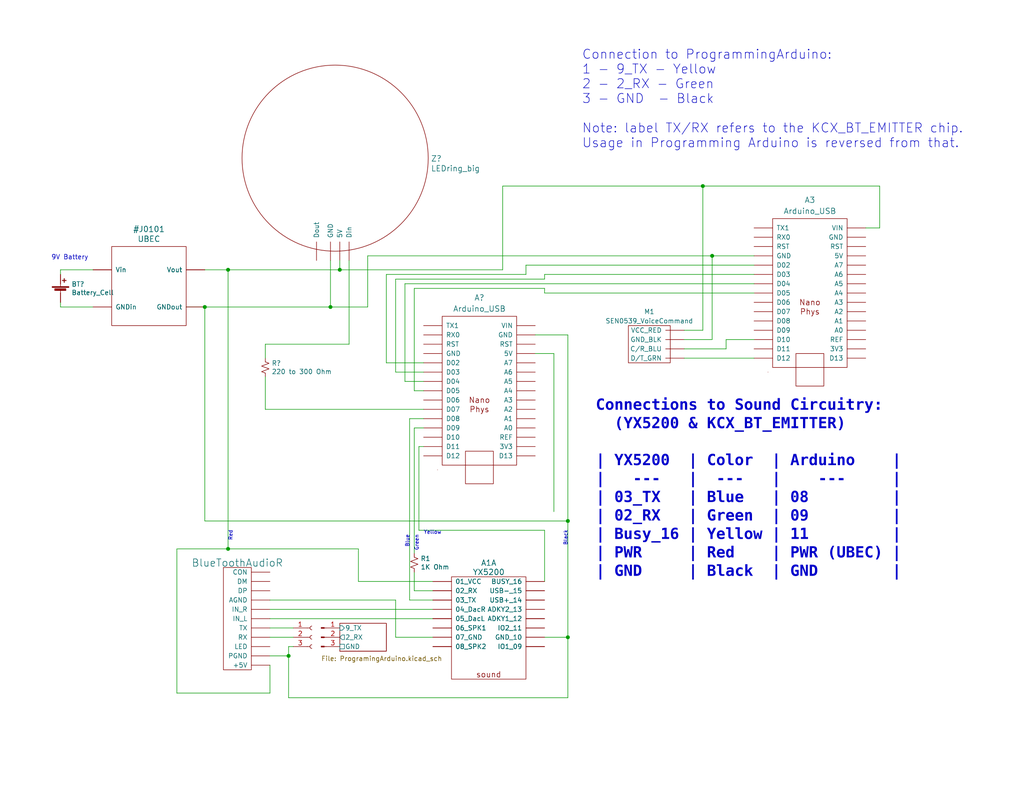
<source format=kicad_sch>
(kicad_sch (version 20230121) (generator eeschema)
  (paper "USLetter")
  (title_block (title "04 Sonar Range Detector - DemoReelVoiceCommand") (date "2023-07-23") (company "Author: https://github.com/Mark-MDO47/ArduinoClass/tree/master") (comment 1 "NOTE: Chips & Modules shown top view, notch at top"))
  (lib_symbols
    (symbol "04_DemoReelVoiceCommand-rescue:Arduino_USB-mdoLibrary" (pin_names (offset 1.016))
      (property "Reference" "A" (at 0 0 0))
      (property "Value" "mdoLibrary_Arduino_USB" (at 0 2.54 90))
      (symbol "Arduino_USB-mdoLibrary_0_0"
        (text "Nano" (at 0 -2.54 0) (effects (font (size 1.524 1.524))))
        (text "Phys" (at 0 -5.08 0) (effects (font (size 1.524 1.524))))
      )
      (symbol "Arduino_USB-mdoLibrary_1_1"
        (pin input line (at 15.24 -15.24 180) (length 5.08) (name "3V3") (number "~"))
        (pin input line (at 15.24 10.16 180) (length 5.08) (name "5V") (number "~"))
        (pin input line (at 15.24 -10.16 180) (length 5.08) (name "A0") (number "~"))
        (pin input line (at 15.24 -7.62 180) (length 5.08) (name "A1") (number "~"))
        (pin input line (at 15.24 -5.08 180) (length 5.08) (name "A2") (number "~"))
        (pin input line (at 15.24 -2.54 180) (length 5.08) (name "A3") (number "~"))
        (pin input line (at 15.24 0 180) (length 5.08) (name "A4") (number "~"))
        (pin input line (at 15.24 2.54 180) (length 5.08) (name "A5") (number "~"))
        (pin input line (at 15.24 5.08 180) (length 5.08) (name "A6") (number "~"))
        (pin input line (at 15.24 7.62 180) (length 5.08) (name "A7") (number "~"))
        (pin input line (at -15.24 7.62 0) (length 5.08) (name "D02") (number "~"))
        (pin input line (at -15.24 5.08 0) (length 5.08) (name "D03") (number "~"))
        (pin input line (at -15.24 2.54 0) (length 5.08) (name "D04") (number "~"))
        (pin input line (at -15.24 0 0) (length 5.08) (name "D05") (number "~"))
        (pin input line (at -15.24 -2.54 0) (length 5.08) (name "D06") (number "~"))
        (pin input line (at -15.24 -5.08 0) (length 5.08) (name "D07") (number "~"))
        (pin input line (at -15.24 -7.62 0) (length 5.08) (name "D08") (number "~"))
        (pin input line (at -15.24 -10.16 0) (length 5.08) (name "D09") (number "~"))
        (pin input line (at -15.24 -12.7 0) (length 5.08) (name "D10") (number "~"))
        (pin input line (at -15.24 -15.24 0) (length 5.08) (name "D11") (number "~"))
        (pin input line (at -15.24 -17.78 0) (length 5.08) (name "D12") (number "~"))
        (pin input line (at 15.24 -17.78 180) (length 5.08) (name "D13") (number "~"))
        (pin input line (at -15.24 10.16 0) (length 5.08) (name "GND") (number "~"))
        (pin input line (at 15.24 15.24 180) (length 5.08) (name "GND") (number "~"))
        (pin input line (at 15.24 -12.7 180) (length 5.08) (name "REF") (number "~"))
        (pin input line (at -15.24 12.7 0) (length 5.08) (name "RST") (number "~"))
        (pin input line (at 15.24 12.7 180) (length 5.08) (name "RST") (number "~"))
        (pin input line (at -15.24 15.24 0) (length 5.08) (name "RX0") (number "~"))
        (pin input line (at -15.24 17.78 0) (length 5.08) (name "TX1") (number "~"))
        (pin input line (at 15.24 17.78 180) (length 5.08) (name "VIN") (number "~"))
      )
    )
    (symbol "04_DemoReelVoiceCommand-rescue:LEDring_big-mdoLibrary" (pin_names (offset 1.016))
      (property "Reference" "Z" (at 0 0 0))
      (property "Value" "mdoLibrary_LEDring_big" (at 0 3.81 0))
      (symbol "LEDring_big-mdoLibrary_1_0"
        (pin input line (at 1.27 -27.94 90) (length 5.08) (name "5V") (number "~"))
        (pin input line (at 3.81 -27.94 90) (length 5.08) (name "Din") (number "~"))
        (pin input line (at -5.08 -27.94 90) (length 5.08) (name "Dout") (number "~"))
        (pin input line (at -1.27 -27.94 90) (length 5.08) (name "GND") (number "~"))
      )
    )
    (symbol "04_DemoReelVoiceCommand-rescue:UBEC-mdoLibrary" (power) (pin_names (offset 1.016))
      (property "Reference" "J" (at 0 0 0))
      (property "Value" "UBEC-mdoLibrary" (at 0 2.54 0))
      (symbol "UBEC-mdoLibrary_1_0"
        (pin input line (at -12.7 -3.81 0) (length 5.08) (name "GNDin") (number "~"))
        (pin input line (at 17.78 -3.81 180) (length 5.08) (name "GNDout") (number "~"))
        (pin input line (at -12.7 6.35 0) (length 5.08) (name "Vin") (number "~"))
        (pin input line (at 17.78 6.35 180) (length 5.08) (name "Vout") (number "~"))
      )
    )
    (symbol "Connector:Conn_01x03_Pin" (pin_names (offset 1.016) hide)
      (property "Reference" "J" (at 0 5.08 0))
      (property "Value" "Conn_01x03_Pin" (at 0 -5.08 0))
      (symbol "Conn_01x03_Pin_1_1"
        (pin passive line (at 5.08 2.54 180) (length 3.81) (name "Pin_1") (number "1"))
        (pin passive line (at 5.08 0 180) (length 3.81) (name "Pin_2") (number "2"))
        (pin passive line (at 5.08 -2.54 180) (length 3.81) (name "Pin_3") (number "3"))
      )
    )
    (symbol "Connector:Conn_01x03_Socket" (pin_names (offset 1.016) hide)
      (property "Reference" "J" (at 0 5.08 0))
      (property "Value" "Conn_01x03_Socket" (at 0 -5.08 0))
      (symbol "Conn_01x03_Socket_1_1"
        (pin passive line (at -5.08 2.54 0) (length 3.81) (name "Pin_1") (number "1"))
        (pin passive line (at -5.08 0 0) (length 3.81) (name "Pin_2") (number "2"))
        (pin passive line (at -5.08 -2.54 0) (length 3.81) (name "Pin_3") (number "3"))
      )
    )
    (symbol "Device:Battery_Cell" (pin_numbers hide) (pin_names (offset 0) hide)
      (property "Reference" "BT" (at 2.54 2.54 0))
      (property "Value" "Battery_Cell" (at 2.54 0 0))
      (symbol "Battery_Cell_1_1"
        (pin passive line (at 0 5.08 270) (length 2.54) (name "+") (number "1"))
        (pin passive line (at 0 -2.54 90) (length 2.54) (name "-") (number "2"))
      )
    )
    (symbol "Device:R_Small_US" (pin_numbers hide) (pin_names (offset 0.254) hide)
      (property "Reference" "R" (at 0.762 0.508 0))
      (property "Value" "R_Small_US" (at 0.762 -1.016 0))
      (symbol "R_Small_US_1_1"
        (pin passive line (at 0 2.54 270) (length 1.016) (name "~") (number "1"))
        (pin passive line (at 0 -2.54 90) (length 1.016) (name "~") (number "2"))
      )
    )
    (symbol "MDO:BlueToothAudioR" (pin_names (offset 1.016))
      (property "Value" "BlueToothAudioR" (at 0 2.54 0))
      (symbol "BlueToothAudioR_1_1"
        (pin input line (at 7.62 -26.67 180) (length 5.08) (name "+5V") (number "~"))
        (pin input line (at 7.62 -8.89 180) (length 5.08) (name "AGND") (number "~"))
        (pin input line (at 7.62 -1.27 180) (length 5.08) (name "CON") (number "~"))
        (pin input line (at 7.62 -3.81 180) (length 5.08) (name "DM") (number "~"))
        (pin input line (at 7.62 -6.35 180) (length 5.08) (name "DP") (number "~"))
        (pin input line (at 7.62 -13.97 180) (length 5.08) (name "IN_L") (number "~"))
        (pin input line (at 7.62 -11.43 180) (length 5.08) (name "IN_R") (number "~"))
        (pin input line (at 7.62 -21.59 180) (length 5.08) (name "LED") (number "~"))
        (pin input line (at 7.62 -24.13 180) (length 5.08) (name "PGND") (number "~"))
        (pin input line (at 7.62 -19.05 180) (length 5.08) (name "RX") (number "~"))
        (pin input line (at 7.62 -16.51 180) (length 5.08) (name "TX") (number "~"))
      )
    )
    (symbol "MDO:SEN0539_VoiceCommand" (pin_numbers hide) (pin_names (offset 1.016))
      (property "Reference" "M" (at 0 2.54 0))
      (property "Value" "SEN0539_VoiceCommand" (at 3.81 0 0))
      (symbol "SEN0539_VoiceCommand_1_1"
        (pin input line (at 10.16 -7.62 180) (length 5.08) (name "C/R_BLU") (number "~"))
        (pin output line (at 10.16 -10.16 180) (length 5.08) (name "D/T_GRN") (number "~"))
        (pin input line (at 10.16 -5.08 180) (length 5.08) (name "GND_BLK") (number "~"))
        (pin input line (at 10.16 -2.54 180) (length 5.08) (name "VCC_RED") (number "~"))
      )
    )
    (symbol "MDO:YX5200" (pin_names (offset 1.016))
      (property "Reference" "A" (at 0 -2.54 0))
      (property "Value" "YX5200" (at 0 -5.08 0))
      (symbol "YX5200_0_0"
        (text "sound" (at 0 -7.62 0) (effects (font (size 1.524 1.524))))
      )
      (symbol "YX5200_1_1"
        (pin input line (at -15.24 17.78 0) (length 5.08) (name "01_VCC") (number "~"))
        (pin input line (at -15.24 15.24 0) (length 5.08) (name "02_RX") (number "~"))
        (pin input line (at -15.24 12.7 0) (length 5.08) (name "03_TX") (number "~"))
        (pin input line (at -15.24 10.16 0) (length 5.08) (name "04_DacR") (number "~"))
        (pin input line (at -15.24 7.62 0) (length 5.08) (name "05_DacL") (number "~"))
        (pin input line (at -15.24 5.08 0) (length 5.08) (name "06_SPK1") (number "~"))
        (pin input line (at -15.24 2.54 0) (length 5.08) (name "07_GND") (number "~"))
        (pin input line (at -15.24 0 0) (length 5.08) (name "08_SPK2") (number "~"))
        (pin input line (at 15.24 7.62 180) (length 5.08) (name "ADKY1_12") (number "~"))
        (pin input line (at 15.24 10.16 180) (length 5.08) (name "ADKY2_13") (number "~"))
        (pin input line (at 15.24 17.78 180) (length 5.08) (name "BUSY_16") (number "~"))
        (pin input line (at 15.24 2.54 180) (length 5.08) (name "GND_10") (number "~"))
        (pin input line (at 15.24 0 180) (length 5.08) (name "IO1_09") (number "~"))
        (pin input line (at 15.24 5.08 180) (length 5.08) (name "IO2_11") (number "~"))
        (pin input line (at 15.24 12.7 180) (length 5.08) (name "USB+_14") (number "~"))
        (pin input line (at 15.24 15.24 180) (length 5.08) (name "USB-_15") (number "~"))
      )
      (symbol "YX5200_2_1"
        (pin input line (at -15.24 17.78 0) (length 5.08) (name "01_VCC") (number "~"))
        (pin input line (at -15.24 15.24 0) (length 5.08) (name "02_RX") (number "~"))
        (pin input line (at -15.24 12.7 0) (length 5.08) (name "03_TX") (number "~"))
        (pin input line (at -15.24 10.16 0) (length 5.08) (name "04_DacR") (number "~"))
        (pin input line (at -15.24 7.62 0) (length 5.08) (name "05_DacL") (number "~"))
        (pin input line (at -15.24 5.08 0) (length 5.08) (name "06_SPK1") (number "~"))
        (pin input line (at -15.24 2.54 0) (length 5.08) (name "07_GND") (number "~"))
        (pin input line (at -15.24 0 0) (length 5.08) (name "08_SPK2") (number "~"))
        (pin input line (at 15.24 7.62 180) (length 5.08) (name "ADKY1_12") (number "~"))
        (pin input line (at 15.24 10.16 180) (length 5.08) (name "ADKY2_13") (number "~"))
        (pin input line (at 15.24 17.78 180) (length 5.08) (name "BUSY_16") (number "~"))
        (pin input line (at 15.24 2.54 180) (length 5.08) (name "GND_10") (number "~"))
        (pin input line (at 15.24 0 180) (length 5.08) (name "IO1_09") (number "~"))
        (pin input line (at 15.24 5.08 180) (length 5.08) (name "IO2_11") (number "~"))
        (pin input line (at 15.24 12.7 180) (length 5.08) (name "USB+_14") (number "~"))
        (pin input line (at 15.24 15.24 180) (length 5.08) (name "USB-_15") (number "~"))
      )
      (symbol "YX5200_3_1"
        (pin input line (at -15.24 17.78 0) (length 5.08) (name "01_VCC") (number "~"))
        (pin input line (at -15.24 15.24 0) (length 5.08) (name "02_RX") (number "~"))
        (pin input line (at -15.24 12.7 0) (length 5.08) (name "03_TX") (number "~"))
        (pin input line (at -15.24 10.16 0) (length 5.08) (name "04_DacR") (number "~"))
        (pin input line (at -15.24 7.62 0) (length 5.08) (name "05_DacL") (number "~"))
        (pin input line (at -15.24 5.08 0) (length 5.08) (name "06_SPK1") (number "~"))
        (pin input line (at -15.24 2.54 0) (length 5.08) (name "07_GND") (number "~"))
        (pin input line (at -15.24 0 0) (length 5.08) (name "08_SPK2") (number "~"))
        (pin input line (at 15.24 7.62 180) (length 5.08) (name "ADKY1_12") (number "~"))
        (pin input line (at 15.24 10.16 180) (length 5.08) (name "ADKY2_13") (number "~"))
        (pin input line (at 15.24 17.78 180) (length 5.08) (name "BUSY_16") (number "~"))
        (pin input line (at 15.24 2.54 180) (length 5.08) (name "GND_10") (number "~"))
        (pin input line (at 15.24 0 180) (length 5.08) (name "IO1_09") (number "~"))
        (pin input line (at 15.24 5.08 180) (length 5.08) (name "IO2_11") (number "~"))
        (pin input line (at 15.24 12.7 180) (length 5.08) (name "USB+_14") (number "~"))
        (pin input line (at 15.24 15.24 180) (length 5.08) (name "USB-_15") (number "~"))
      )
      (symbol "YX5200_4_1"
        (pin input line (at -15.24 17.78 0) (length 5.08) (name "01_VCC") (number "~"))
        (pin input line (at -15.24 15.24 0) (length 5.08) (name "02_RX") (number "~"))
        (pin input line (at -15.24 12.7 0) (length 5.08) (name "03_TX") (number "~"))
        (pin input line (at -15.24 10.16 0) (length 5.08) (name "04_DacR") (number "~"))
        (pin input line (at -15.24 7.62 0) (length 5.08) (name "05_DacL") (number "~"))
        (pin input line (at -15.24 5.08 0) (length 5.08) (name "06_SPK1") (number "~"))
        (pin input line (at -15.24 2.54 0) (length 5.08) (name "07_GND") (number "~"))
        (pin input line (at -15.24 0 0) (length 5.08) (name "08_SPK2") (number "~"))
        (pin input line (at 15.24 7.62 180) (length 5.08) (name "ADKY1_12") (number "~"))
        (pin input line (at 15.24 10.16 180) (length 5.08) (name "ADKY2_13") (number "~"))
        (pin input line (at 15.24 17.78 180) (length 5.08) (name "BUSY_16") (number "~"))
        (pin input line (at 15.24 2.54 180) (length 5.08) (name "GND_10") (number "~"))
        (pin input line (at 15.24 0 180) (length 5.08) (name "IO1_09") (number "~"))
        (pin input line (at 15.24 5.08 180) (length 5.08) (name "IO2_11") (number "~"))
        (pin input line (at 15.24 12.7 180) (length 5.08) (name "USB+_14") (number "~"))
        (pin input line (at 15.24 15.24 180) (length 5.08) (name "USB-_15") (number "~"))
      )
      (symbol "YX5200_5_1"
        (pin input line (at -15.24 17.78 0) (length 5.08) (name "01_VCC") (number "~"))
        (pin input line (at -15.24 15.24 0) (length 5.08) (name "02_RX") (number "~"))
        (pin input line (at -15.24 12.7 0) (length 5.08) (name "03_TX") (number "~"))
        (pin input line (at -15.24 10.16 0) (length 5.08) (name "04_DacR") (number "~"))
        (pin input line (at -15.24 7.62 0) (length 5.08) (name "05_DacL") (number "~"))
        (pin input line (at -15.24 5.08 0) (length 5.08) (name "06_SPK1") (number "~"))
        (pin input line (at -15.24 2.54 0) (length 5.08) (name "07_GND") (number "~"))
        (pin input line (at -15.24 0 0) (length 5.08) (name "08_SPK2") (number "~"))
        (pin input line (at 15.24 7.62 180) (length 5.08) (name "ADKY1_12") (number "~"))
        (pin input line (at 15.24 10.16 180) (length 5.08) (name "ADKY2_13") (number "~"))
        (pin input line (at 15.24 17.78 180) (length 5.08) (name "BUSY_16") (number "~"))
        (pin input line (at 15.24 2.54 180) (length 5.08) (name "GND_10") (number "~"))
        (pin input line (at 15.24 0 180) (length 5.08) (name "IO1_09") (number "~"))
        (pin input line (at 15.24 5.08 180) (length 5.08) (name "IO2_11") (number "~"))
        (pin input line (at 15.24 12.7 180) (length 5.08) (name "USB+_14") (number "~"))
        (pin input line (at 15.24 15.24 180) (length 5.08) (name "USB-_15") (number "~"))
      )
      (symbol "YX5200_6_1"
        (pin input line (at -15.24 17.78 0) (length 5.08) (name "01_VCC") (number "~"))
        (pin input line (at -15.24 15.24 0) (length 5.08) (name "02_RX") (number "~"))
        (pin input line (at -15.24 12.7 0) (length 5.08) (name "03_TX") (number "~"))
        (pin input line (at -15.24 10.16 0) (length 5.08) (name "04_DacR") (number "~"))
        (pin input line (at -15.24 7.62 0) (length 5.08) (name "05_DacL") (number "~"))
        (pin input line (at -15.24 5.08 0) (length 5.08) (name "06_SPK1") (number "~"))
        (pin input line (at -15.24 2.54 0) (length 5.08) (name "07_GND") (number "~"))
        (pin input line (at -15.24 0 0) (length 5.08) (name "08_SPK2") (number "~"))
        (pin input line (at 15.24 7.62 180) (length 5.08) (name "ADKY1_12") (number "~"))
        (pin input line (at 15.24 10.16 180) (length 5.08) (name "ADKY2_13") (number "~"))
        (pin input line (at 15.24 17.78 180) (length 5.08) (name "BUSY_16") (number "~"))
        (pin input line (at 15.24 2.54 180) (length 5.08) (name "GND_10") (number "~"))
        (pin input line (at 15.24 0 180) (length 5.08) (name "IO1_09") (number "~"))
        (pin input line (at 15.24 5.08 180) (length 5.08) (name "IO2_11") (number "~"))
        (pin input line (at 15.24 12.7 180) (length 5.08) (name "USB+_14") (number "~"))
        (pin input line (at 15.24 15.24 180) (length 5.08) (name "USB-_15") (number "~"))
      )
      (symbol "YX5200_7_1"
        (pin input line (at -15.24 17.78 0) (length 5.08) (name "01_VCC") (number "~"))
        (pin input line (at -15.24 15.24 0) (length 5.08) (name "02_RX") (number "~"))
        (pin input line (at -15.24 12.7 0) (length 5.08) (name "03_TX") (number "~"))
        (pin input line (at -15.24 10.16 0) (length 5.08) (name "04_DacR") (number "~"))
        (pin input line (at -15.24 7.62 0) (length 5.08) (name "05_DacL") (number "~"))
        (pin input line (at -15.24 5.08 0) (length 5.08) (name "06_SPK1") (number "~"))
        (pin input line (at -15.24 2.54 0) (length 5.08) (name "07_GND") (number "~"))
        (pin input line (at -15.24 0 0) (length 5.08) (name "08_SPK2") (number "~"))
        (pin input line (at 15.24 7.62 180) (length 5.08) (name "ADKY1_12") (number "~"))
        (pin input line (at 15.24 10.16 180) (length 5.08) (name "ADKY2_13") (number "~"))
        (pin input line (at 15.24 17.78 180) (length 5.08) (name "BUSY_16") (number "~"))
        (pin input line (at 15.24 2.54 180) (length 5.08) (name "GND_10") (number "~"))
        (pin input line (at 15.24 0 180) (length 5.08) (name "IO1_09") (number "~"))
        (pin input line (at 15.24 5.08 180) (length 5.08) (name "IO2_11") (number "~"))
        (pin input line (at 15.24 12.7 180) (length 5.08) (name "USB+_14") (number "~"))
        (pin input line (at 15.24 15.24 180) (length 5.08) (name "USB-_15") (number "~"))
      )
      (symbol "YX5200_8_1"
        (pin input line (at -15.24 17.78 0) (length 5.08) (name "01_VCC") (number "~"))
        (pin input line (at -15.24 15.24 0) (length 5.08) (name "02_RX") (number "~"))
        (pin input line (at -15.24 12.7 0) (length 5.08) (name "03_TX") (number "~"))
        (pin input line (at -15.24 10.16 0) (length 5.08) (name "04_DacR") (number "~"))
        (pin input line (at -15.24 7.62 0) (length 5.08) (name "05_DacL") (number "~"))
        (pin input line (at -15.24 5.08 0) (length 5.08) (name "06_SPK1") (number "~"))
        (pin input line (at -15.24 2.54 0) (length 5.08) (name "07_GND") (number "~"))
        (pin input line (at -15.24 0 0) (length 5.08) (name "08_SPK2") (number "~"))
        (pin input line (at 15.24 7.62 180) (length 5.08) (name "ADKY1_12") (number "~"))
        (pin input line (at 15.24 10.16 180) (length 5.08) (name "ADKY2_13") (number "~"))
        (pin input line (at 15.24 17.78 180) (length 5.08) (name "BUSY_16") (number "~"))
        (pin input line (at 15.24 2.54 180) (length 5.08) (name "GND_10") (number "~"))
        (pin input line (at 15.24 0 180) (length 5.08) (name "IO1_09") (number "~"))
        (pin input line (at 15.24 5.08 180) (length 5.08) (name "IO2_11") (number "~"))
        (pin input line (at 15.24 12.7 180) (length 5.08) (name "USB+_14") (number "~"))
        (pin input line (at 15.24 15.24 180) (length 5.08) (name "USB-_15") (number "~"))
      )
      (symbol "YX5200_9_1"
        (pin input line (at -15.24 17.78 0) (length 5.08) (name "01_VCC") (number "~"))
        (pin input line (at -15.24 15.24 0) (length 5.08) (name "02_RX") (number "~"))
        (pin input line (at -15.24 12.7 0) (length 5.08) (name "03_TX") (number "~"))
        (pin input line (at -15.24 10.16 0) (length 5.08) (name "04_DacR") (number "~"))
        (pin input line (at -15.24 7.62 0) (length 5.08) (name "05_DacL") (number "~"))
        (pin input line (at -15.24 5.08 0) (length 5.08) (name "06_SPK1") (number "~"))
        (pin input line (at -15.24 2.54 0) (length 5.08) (name "07_GND") (number "~"))
        (pin input line (at -15.24 0 0) (length 5.08) (name "08_SPK2") (number "~"))
        (pin input line (at 15.24 7.62 180) (length 5.08) (name "ADKY1_12") (number "~"))
        (pin input line (at 15.24 10.16 180) (length 5.08) (name "ADKY2_13") (number "~"))
        (pin input line (at 15.24 17.78 180) (length 5.08) (name "BUSY_16") (number "~"))
        (pin input line (at 15.24 2.54 180) (length 5.08) (name "GND_10") (number "~"))
        (pin input line (at 15.24 0 180) (length 5.08) (name "IO1_09") (number "~"))
        (pin input line (at 15.24 5.08 180) (length 5.08) (name "IO2_11") (number "~"))
        (pin input line (at 15.24 12.7 180) (length 5.08) (name "USB+_14") (number "~"))
        (pin input line (at 15.24 15.24 180) (length 5.08) (name "USB-_15") (number "~"))
      )
      (symbol "YX5200_10_1"
        (pin input line (at -15.24 17.78 0) (length 5.08) (name "01_VCC") (number "~"))
        (pin input line (at -15.24 15.24 0) (length 5.08) (name "02_RX") (number "~"))
        (pin input line (at -15.24 12.7 0) (length 5.08) (name "03_TX") (number "~"))
        (pin input line (at -15.24 10.16 0) (length 5.08) (name "04_DacR") (number "~"))
        (pin input line (at -15.24 7.62 0) (length 5.08) (name "05_DacL") (number "~"))
        (pin input line (at -15.24 5.08 0) (length 5.08) (name "06_SPK1") (number "~"))
        (pin input line (at -15.24 2.54 0) (length 5.08) (name "07_GND") (number "~"))
        (pin input line (at -15.24 0 0) (length 5.08) (name "08_SPK2") (number "~"))
        (pin input line (at 15.24 7.62 180) (length 5.08) (name "ADKY1_12") (number "~"))
        (pin input line (at 15.24 10.16 180) (length 5.08) (name "ADKY2_13") (number "~"))
        (pin input line (at 15.24 17.78 180) (length 5.08) (name "BUSY_16") (number "~"))
        (pin input line (at 15.24 2.54 180) (length 5.08) (name "GND_10") (number "~"))
        (pin input line (at 15.24 0 180) (length 5.08) (name "IO1_09") (number "~"))
        (pin input line (at 15.24 5.08 180) (length 5.08) (name "IO2_11") (number "~"))
        (pin input line (at 15.24 12.7 180) (length 5.08) (name "USB+_14") (number "~"))
        (pin input line (at 15.24 15.24 180) (length 5.08) (name "USB-_15") (number "~"))
      )
      (symbol "YX5200_11_1"
        (pin input line (at -15.24 17.78 0) (length 5.08) (name "01_VCC") (number "~"))
        (pin input line (at -15.24 15.24 0) (length 5.08) (name "02_RX") (number "~"))
        (pin input line (at -15.24 12.7 0) (length 5.08) (name "03_TX") (number "~"))
        (pin input line (at -15.24 10.16 0) (length 5.08) (name "04_DacR") (number "~"))
        (pin input line (at -15.24 7.62 0) (length 5.08) (name "05_DacL") (number "~"))
        (pin input line (at -15.24 5.08 0) (length 5.08) (name "06_SPK1") (number "~"))
        (pin input line (at -15.24 2.54 0) (length 5.08) (name "07_GND") (number "~"))
        (pin input line (at -15.24 0 0) (length 5.08) (name "08_SPK2") (number "~"))
        (pin input line (at 15.24 7.62 180) (length 5.08) (name "ADKY1_12") (number "~"))
        (pin input line (at 15.24 10.16 180) (length 5.08) (name "ADKY2_13") (number "~"))
        (pin input line (at 15.24 17.78 180) (length 5.08) (name "BUSY_16") (number "~"))
        (pin input line (at 15.24 2.54 180) (length 5.08) (name "GND_10") (number "~"))
        (pin input line (at 15.24 0 180) (length 5.08) (name "IO1_09") (number "~"))
        (pin input line (at 15.24 5.08 180) (length 5.08) (name "IO2_11") (number "~"))
        (pin input line (at 15.24 12.7 180) (length 5.08) (name "USB+_14") (number "~"))
        (pin input line (at 15.24 15.24 180) (length 5.08) (name "USB-_15") (number "~"))
      )
      (symbol "YX5200_12_1"
        (pin input line (at -15.24 17.78 0) (length 5.08) (name "01_VCC") (number "~"))
        (pin input line (at -15.24 15.24 0) (length 5.08) (name "02_RX") (number "~"))
        (pin input line (at -15.24 12.7 0) (length 5.08) (name "03_TX") (number "~"))
        (pin input line (at -15.24 10.16 0) (length 5.08) (name "04_DacR") (number "~"))
        (pin input line (at -15.24 7.62 0) (length 5.08) (name "05_DacL") (number "~"))
        (pin input line (at -15.24 5.08 0) (length 5.08) (name "06_SPK1") (number "~"))
        (pin input line (at -15.24 2.54 0) (length 5.08) (name "07_GND") (number "~"))
        (pin input line (at -15.24 0 0) (length 5.08) (name "08_SPK2") (number "~"))
        (pin input line (at 15.24 7.62 180) (length 5.08) (name "ADKY1_12") (number "~"))
        (pin input line (at 15.24 10.16 180) (length 5.08) (name "ADKY2_13") (number "~"))
        (pin input line (at 15.24 17.78 180) (length 5.08) (name "BUSY_16") (number "~"))
        (pin input line (at 15.24 2.54 180) (length 5.08) (name "GND_10") (number "~"))
        (pin input line (at 15.24 0 180) (length 5.08) (name "IO1_09") (number "~"))
        (pin input line (at 15.24 5.08 180) (length 5.08) (name "IO2_11") (number "~"))
        (pin input line (at 15.24 12.7 180) (length 5.08) (name "USB+_14") (number "~"))
        (pin input line (at 15.24 15.24 180) (length 5.08) (name "USB-_15") (number "~"))
      )
      (symbol "YX5200_13_1"
        (pin input line (at -15.24 17.78 0) (length 5.08) (name "01_VCC") (number "~"))
        (pin input line (at -15.24 15.24 0) (length 5.08) (name "02_RX") (number "~"))
        (pin input line (at -15.24 12.7 0) (length 5.08) (name "03_TX") (number "~"))
        (pin input line (at -15.24 10.16 0) (length 5.08) (name "04_DacR") (number "~"))
        (pin input line (at -15.24 7.62 0) (length 5.08) (name "05_DacL") (number "~"))
        (pin input line (at -15.24 5.08 0) (length 5.08) (name "06_SPK1") (number "~"))
        (pin input line (at -15.24 2.54 0) (length 5.08) (name "07_GND") (number "~"))
        (pin input line (at -15.24 0 0) (length 5.08) (name "08_SPK2") (number "~"))
        (pin input line (at 15.24 7.62 180) (length 5.08) (name "ADKY1_12") (number "~"))
        (pin input line (at 15.24 10.16 180) (length 5.08) (name "ADKY2_13") (number "~"))
        (pin input line (at 15.24 17.78 180) (length 5.08) (name "BUSY_16") (number "~"))
        (pin input line (at 15.24 2.54 180) (length 5.08) (name "GND_10") (number "~"))
        (pin input line (at 15.24 0 180) (length 5.08) (name "IO1_09") (number "~"))
        (pin input line (at 15.24 5.08 180) (length 5.08) (name "IO2_11") (number "~"))
        (pin input line (at 15.24 12.7 180) (length 5.08) (name "USB+_14") (number "~"))
        (pin input line (at 15.24 15.24 180) (length 5.08) (name "USB-_15") (number "~"))
      )
      (symbol "YX5200_14_1"
        (pin input line (at -15.24 17.78 0) (length 5.08) (name "01_VCC") (number "~"))
        (pin input line (at -15.24 15.24 0) (length 5.08) (name "02_RX") (number "~"))
        (pin input line (at -15.24 12.7 0) (length 5.08) (name "03_TX") (number "~"))
        (pin input line (at -15.24 10.16 0) (length 5.08) (name "04_DacR") (number "~"))
        (pin input line (at -15.24 7.62 0) (length 5.08) (name "05_DacL") (number "~"))
        (pin input line (at -15.24 5.08 0) (length 5.08) (name "06_SPK1") (number "~"))
        (pin input line (at -15.24 2.54 0) (length 5.08) (name "07_GND") (number "~"))
        (pin input line (at -15.24 0 0) (length 5.08) (name "08_SPK2") (number "~"))
        (pin input line (at 15.24 7.62 180) (length 5.08) (name "ADKY1_12") (number "~"))
        (pin input line (at 15.24 10.16 180) (length 5.08) (name "ADKY2_13") (number "~"))
        (pin input line (at 15.24 17.78 180) (length 5.08) (name "BUSY_16") (number "~"))
        (pin input line (at 15.24 2.54 180) (length 5.08) (name "GND_10") (number "~"))
        (pin input line (at 15.24 0 180) (length 5.08) (name "IO1_09") (number "~"))
        (pin input line (at 15.24 5.08 180) (length 5.08) (name "IO2_11") (number "~"))
        (pin input line (at 15.24 12.7 180) (length 5.08) (name "USB+_14") (number "~"))
        (pin input line (at 15.24 15.24 180) (length 5.08) (name "USB-_15") (number "~"))
      )
      (symbol "YX5200_15_1"
        (pin input line (at -15.24 17.78 0) (length 5.08) (name "01_VCC") (number "~"))
        (pin input line (at -15.24 15.24 0) (length 5.08) (name "02_RX") (number "~"))
        (pin input line (at -15.24 12.7 0) (length 5.08) (name "03_TX") (number "~"))
        (pin input line (at -15.24 10.16 0) (length 5.08) (name "04_DacR") (number "~"))
        (pin input line (at -15.24 7.62 0) (length 5.08) (name "05_DacL") (number "~"))
        (pin input line (at -15.24 5.08 0) (length 5.08) (name "06_SPK1") (number "~"))
        (pin input line (at -15.24 2.54 0) (length 5.08) (name "07_GND") (number "~"))
        (pin input line (at -15.24 0 0) (length 5.08) (name "08_SPK2") (number "~"))
        (pin input line (at 15.24 7.62 180) (length 5.08) (name "ADKY1_12") (number "~"))
        (pin input line (at 15.24 10.16 180) (length 5.08) (name "ADKY2_13") (number "~"))
        (pin input line (at 15.24 17.78 180) (length 5.08) (name "BUSY_16") (number "~"))
        (pin input line (at 15.24 2.54 180) (length 5.08) (name "GND_10") (number "~"))
        (pin input line (at 15.24 0 180) (length 5.08) (name "IO1_09") (number "~"))
        (pin input line (at 15.24 5.08 180) (length 5.08) (name "IO2_11") (number "~"))
        (pin input line (at 15.24 12.7 180) (length 5.08) (name "USB+_14") (number "~"))
        (pin input line (at 15.24 15.24 180) (length 5.08) (name "USB-_15") (number "~"))
      )
      (symbol "YX5200_16_1"
        (pin input line (at -15.24 17.78 0) (length 5.08) (name "01_VCC") (number "~"))
        (pin input line (at -15.24 15.24 0) (length 5.08) (name "02_RX") (number "~"))
        (pin input line (at -15.24 12.7 0) (length 5.08) (name "03_TX") (number "~"))
        (pin input line (at -15.24 10.16 0) (length 5.08) (name "04_DacR") (number "~"))
        (pin input line (at -15.24 7.62 0) (length 5.08) (name "05_DacL") (number "~"))
        (pin input line (at -15.24 5.08 0) (length 5.08) (name "06_SPK1") (number "~"))
        (pin input line (at -15.24 2.54 0) (length 5.08) (name "07_GND") (number "~"))
        (pin input line (at -15.24 0 0) (length 5.08) (name "08_SPK2") (number "~"))
        (pin input line (at 15.24 7.62 180) (length 5.08) (name "ADKY1_12") (number "~"))
        (pin input line (at 15.24 10.16 180) (length 5.08) (name "ADKY2_13") (number "~"))
        (pin input line (at 15.24 17.78 180) (length 5.08) (name "BUSY_16") (number "~"))
        (pin input line (at 15.24 2.54 180) (length 5.08) (name "GND_10") (number "~"))
        (pin input line (at 15.24 0 180) (length 5.08) (name "IO1_09") (number "~"))
        (pin input line (at 15.24 5.08 180) (length 5.08) (name "IO2_11") (number "~"))
        (pin input line (at 15.24 12.7 180) (length 5.08) (name "USB+_14") (number "~"))
        (pin input line (at 15.24 15.24 180) (length 5.08) (name "USB-_15") (number "~"))
      )
      (symbol "YX5200_17_1"
        (pin input line (at -15.24 17.78 0) (length 5.08) (name "01_VCC") (number "~"))
        (pin input line (at -15.24 15.24 0) (length 5.08) (name "02_RX") (number "~"))
        (pin input line (at -15.24 12.7 0) (length 5.08) (name "03_TX") (number "~"))
        (pin input line (at -15.24 10.16 0) (length 5.08) (name "04_DacR") (number "~"))
        (pin input line (at -15.24 7.62 0) (length 5.08) (name "05_DacL") (number "~"))
        (pin input line (at -15.24 5.08 0) (length 5.08) (name "06_SPK1") (number "~"))
        (pin input line (at -15.24 2.54 0) (length 5.08) (name "07_GND") (number "~"))
        (pin input line (at -15.24 0 0) (length 5.08) (name "08_SPK2") (number "~"))
        (pin input line (at 15.24 7.62 180) (length 5.08) (name "ADKY1_12") (number "~"))
        (pin input line (at 15.24 10.16 180) (length 5.08) (name "ADKY2_13") (number "~"))
        (pin input line (at 15.24 17.78 180) (length 5.08) (name "BUSY_16") (number "~"))
        (pin input line (at 15.24 2.54 180) (length 5.08) (name "GND_10") (number "~"))
        (pin input line (at 15.24 0 180) (length 5.08) (name "IO1_09") (number "~"))
        (pin input line (at 15.24 5.08 180) (length 5.08) (name "IO2_11") (number "~"))
        (pin input line (at 15.24 12.7 180) (length 5.08) (name "USB+_14") (number "~"))
        (pin input line (at 15.24 15.24 180) (length 5.08) (name "USB-_15") (number "~"))
      )
      (symbol "YX5200_18_1"
        (pin input line (at -15.24 17.78 0) (length 5.08) (name "01_VCC") (number "~"))
        (pin input line (at -15.24 15.24 0) (length 5.08) (name "02_RX") (number "~"))
        (pin input line (at -15.24 12.7 0) (length 5.08) (name "03_TX") (number "~"))
        (pin input line (at -15.24 10.16 0) (length 5.08) (name "04_DacR") (number "~"))
        (pin input line (at -15.24 7.62 0) (length 5.08) (name "05_DacL") (number "~"))
        (pin input line (at -15.24 5.08 0) (length 5.08) (name "06_SPK1") (number "~"))
        (pin input line (at -15.24 2.54 0) (length 5.08) (name "07_GND") (number "~"))
        (pin input line (at -15.24 0 0) (length 5.08) (name "08_SPK2") (number "~"))
        (pin input line (at 15.24 7.62 180) (length 5.08) (name "ADKY1_12") (number "~"))
        (pin input line (at 15.24 10.16 180) (length 5.08) (name "ADKY2_13") (number "~"))
        (pin input line (at 15.24 17.78 180) (length 5.08) (name "BUSY_16") (number "~"))
        (pin input line (at 15.24 2.54 180) (length 5.08) (name "GND_10") (number "~"))
        (pin input line (at 15.24 0 180) (length 5.08) (name "IO1_09") (number "~"))
        (pin input line (at 15.24 5.08 180) (length 5.08) (name "IO2_11") (number "~"))
        (pin input line (at 15.24 12.7 180) (length 5.08) (name "USB+_14") (number "~"))
        (pin input line (at 15.24 15.24 180) (length 5.08) (name "USB-_15") (number "~"))
      )
      (symbol "YX5200_19_1"
        (pin input line (at -15.24 17.78 0) (length 5.08) (name "01_VCC") (number "~"))
        (pin input line (at -15.24 15.24 0) (length 5.08) (name "02_RX") (number "~"))
        (pin input line (at -15.24 12.7 0) (length 5.08) (name "03_TX") (number "~"))
        (pin input line (at -15.24 10.16 0) (length 5.08) (name "04_DacR") (number "~"))
        (pin input line (at -15.24 7.62 0) (length 5.08) (name "05_DacL") (number "~"))
        (pin input line (at -15.24 5.08 0) (length 5.08) (name "06_SPK1") (number "~"))
        (pin input line (at -15.24 2.54 0) (length 5.08) (name "07_GND") (number "~"))
        (pin input line (at -15.24 0 0) (length 5.08) (name "08_SPK2") (number "~"))
        (pin input line (at 15.24 7.62 180) (length 5.08) (name "ADKY1_12") (number "~"))
        (pin input line (at 15.24 10.16 180) (length 5.08) (name "ADKY2_13") (number "~"))
        (pin input line (at 15.24 17.78 180) (length 5.08) (name "BUSY_16") (number "~"))
        (pin input line (at 15.24 2.54 180) (length 5.08) (name "GND_10") (number "~"))
        (pin input line (at 15.24 0 180) (length 5.08) (name "IO1_09") (number "~"))
        (pin input line (at 15.24 5.08 180) (length 5.08) (name "IO2_11") (number "~"))
        (pin input line (at 15.24 12.7 180) (length 5.08) (name "USB+_14") (number "~"))
        (pin input line (at 15.24 15.24 180) (length 5.08) (name "USB-_15") (number "~"))
      )
      (symbol "YX5200_20_1"
        (pin input line (at -15.24 17.78 0) (length 5.08) (name "01_VCC") (number "~"))
        (pin input line (at -15.24 15.24 0) (length 5.08) (name "02_RX") (number "~"))
        (pin input line (at -15.24 12.7 0) (length 5.08) (name "03_TX") (number "~"))
        (pin input line (at -15.24 10.16 0) (length 5.08) (name "04_DacR") (number "~"))
        (pin input line (at -15.24 7.62 0) (length 5.08) (name "05_DacL") (number "~"))
        (pin input line (at -15.24 5.08 0) (length 5.08) (name "06_SPK1") (number "~"))
        (pin input line (at -15.24 2.54 0) (length 5.08) (name "07_GND") (number "~"))
        (pin input line (at -15.24 0 0) (length 5.08) (name "08_SPK2") (number "~"))
        (pin input line (at 15.24 7.62 180) (length 5.08) (name "ADKY1_12") (number "~"))
        (pin input line (at 15.24 10.16 180) (length 5.08) (name "ADKY2_13") (number "~"))
        (pin input line (at 15.24 17.78 180) (length 5.08) (name "BUSY_16") (number "~"))
        (pin input line (at 15.24 2.54 180) (length 5.08) (name "GND_10") (number "~"))
        (pin input line (at 15.24 0 180) (length 5.08) (name "IO1_09") (number "~"))
        (pin input line (at 15.24 5.08 180) (length 5.08) (name "IO2_11") (number "~"))
        (pin input line (at 15.24 12.7 180) (length 5.08) (name "USB+_14") (number "~"))
        (pin input line (at 15.24 15.24 180) (length 5.08) (name "USB-_15") (number "~"))
      )
      (symbol "YX5200_21_1"
        (pin input line (at -15.24 17.78 0) (length 5.08) (name "01_VCC") (number "~"))
        (pin input line (at -15.24 15.24 0) (length 5.08) (name "02_RX") (number "~"))
        (pin input line (at -15.24 12.7 0) (length 5.08) (name "03_TX") (number "~"))
        (pin input line (at -15.24 10.16 0) (length 5.08) (name "04_DacR") (number "~"))
        (pin input line (at -15.24 7.62 0) (length 5.08) (name "05_DacL") (number "~"))
        (pin input line (at -15.24 5.08 0) (length 5.08) (name "06_SPK1") (number "~"))
        (pin input line (at -15.24 2.54 0) (length 5.08) (name "07_GND") (number "~"))
        (pin input line (at -15.24 0 0) (length 5.08) (name "08_SPK2") (number "~"))
        (pin input line (at 15.24 7.62 180) (length 5.08) (name "ADKY1_12") (number "~"))
        (pin input line (at 15.24 10.16 180) (length 5.08) (name "ADKY2_13") (number "~"))
        (pin input line (at 15.24 17.78 180) (length 5.08) (name "BUSY_16") (number "~"))
        (pin input line (at 15.24 2.54 180) (length 5.08) (name "GND_10") (number "~"))
        (pin input line (at 15.24 0 180) (length 5.08) (name "IO1_09") (number "~"))
        (pin input line (at 15.24 5.08 180) (length 5.08) (name "IO2_11") (number "~"))
        (pin input line (at 15.24 12.7 180) (length 5.08) (name "USB+_14") (number "~"))
        (pin input line (at 15.24 15.24 180) (length 5.08) (name "USB-_15") (number "~"))
      )
      (symbol "YX5200_22_1"
        (pin input line (at -15.24 17.78 0) (length 5.08) (name "01_VCC") (number "~"))
        (pin input line (at -15.24 15.24 0) (length 5.08) (name "02_RX") (number "~"))
        (pin input line (at -15.24 12.7 0) (length 5.08) (name "03_TX") (number "~"))
        (pin input line (at -15.24 10.16 0) (length 5.08) (name "04_DacR") (number "~"))
        (pin input line (at -15.24 7.62 0) (length 5.08) (name "05_DacL") (number "~"))
        (pin input line (at -15.24 5.08 0) (length 5.08) (name "06_SPK1") (number "~"))
        (pin input line (at -15.24 2.54 0) (length 5.08) (name "07_GND") (number "~"))
        (pin input line (at -15.24 0 0) (length 5.08) (name "08_SPK2") (number "~"))
        (pin input line (at 15.24 7.62 180) (length 5.08) (name "ADKY1_12") (number "~"))
        (pin input line (at 15.24 10.16 180) (length 5.08) (name "ADKY2_13") (number "~"))
        (pin input line (at 15.24 17.78 180) (length 5.08) (name "BUSY_16") (number "~"))
        (pin input line (at 15.24 2.54 180) (length 5.08) (name "GND_10") (number "~"))
        (pin input line (at 15.24 0 180) (length 5.08) (name "IO1_09") (number "~"))
        (pin input line (at 15.24 5.08 180) (length 5.08) (name "IO2_11") (number "~"))
        (pin input line (at 15.24 12.7 180) (length 5.08) (name "USB+_14") (number "~"))
        (pin input line (at 15.24 15.24 180) (length 5.08) (name "USB-_15") (number "~"))
      )
      (symbol "YX5200_23_1"
        (pin input line (at -15.24 17.78 0) (length 5.08) (name "01_VCC") (number "~"))
        (pin input line (at -15.24 15.24 0) (length 5.08) (name "02_RX") (number "~"))
        (pin input line (at -15.24 12.7 0) (length 5.08) (name "03_TX") (number "~"))
        (pin input line (at -15.24 10.16 0) (length 5.08) (name "04_DacR") (number "~"))
        (pin input line (at -15.24 7.62 0) (length 5.08) (name "05_DacL") (number "~"))
        (pin input line (at -15.24 5.08 0) (length 5.08) (name "06_SPK1") (number "~"))
        (pin input line (at -15.24 2.54 0) (length 5.08) (name "07_GND") (number "~"))
        (pin input line (at -15.24 0 0) (length 5.08) (name "08_SPK2") (number "~"))
        (pin input line (at 15.24 7.62 180) (length 5.08) (name "ADKY1_12") (number "~"))
        (pin input line (at 15.24 10.16 180) (length 5.08) (name "ADKY2_13") (number "~"))
        (pin input line (at 15.24 17.78 180) (length 5.08) (name "BUSY_16") (number "~"))
        (pin input line (at 15.24 2.54 180) (length 5.08) (name "GND_10") (number "~"))
        (pin input line (at 15.24 0 180) (length 5.08) (name "IO1_09") (number "~"))
        (pin input line (at 15.24 5.08 180) (length 5.08) (name "IO2_11") (number "~"))
        (pin input line (at 15.24 12.7 180) (length 5.08) (name "USB+_14") (number "~"))
        (pin input line (at 15.24 15.24 180) (length 5.08) (name "USB-_15") (number "~"))
      )
      (symbol "YX5200_24_1"
        (pin input line (at -15.24 17.78 0) (length 5.08) (name "01_VCC") (number "~"))
        (pin input line (at -15.24 15.24 0) (length 5.08) (name "02_RX") (number "~"))
        (pin input line (at -15.24 12.7 0) (length 5.08) (name "03_TX") (number "~"))
        (pin input line (at -15.24 10.16 0) (length 5.08) (name "04_DacR") (number "~"))
        (pin input line (at -15.24 7.62 0) (length 5.08) (name "05_DacL") (number "~"))
        (pin input line (at -15.24 5.08 0) (length 5.08) (name "06_SPK1") (number "~"))
        (pin input line (at -15.24 2.54 0) (length 5.08) (name "07_GND") (number "~"))
        (pin input line (at -15.24 0 0) (length 5.08) (name "08_SPK2") (number "~"))
        (pin input line (at 15.24 7.62 180) (length 5.08) (name "ADKY1_12") (number "~"))
        (pin input line (at 15.24 10.16 180) (length 5.08) (name "ADKY2_13") (number "~"))
        (pin input line (at 15.24 17.78 180) (length 5.08) (name "BUSY_16") (number "~"))
        (pin input line (at 15.24 2.54 180) (length 5.08) (name "GND_10") (number "~"))
        (pin input line (at 15.24 0 180) (length 5.08) (name "IO1_09") (number "~"))
        (pin input line (at 15.24 5.08 180) (length 5.08) (name "IO2_11") (number "~"))
        (pin input line (at 15.24 12.7 180) (length 5.08) (name "USB+_14") (number "~"))
        (pin input line (at 15.24 15.24 180) (length 5.08) (name "USB-_15") (number "~"))
      )
      (symbol "YX5200_25_1"
        (pin input line (at -15.24 17.78 0) (length 5.08) (name "01_VCC") (number "~"))
        (pin input line (at -15.24 15.24 0) (length 5.08) (name "02_RX") (number "~"))
        (pin input line (at -15.24 12.7 0) (length 5.08) (name "03_TX") (number "~"))
        (pin input line (at -15.24 10.16 0) (length 5.08) (name "04_DacR") (number "~"))
        (pin input line (at -15.24 7.62 0) (length 5.08) (name "05_DacL") (number "~"))
        (pin input line (at -15.24 5.08 0) (length 5.08) (name "06_SPK1") (number "~"))
        (pin input line (at -15.24 2.54 0) (length 5.08) (name "07_GND") (number "~"))
        (pin input line (at -15.24 0 0) (length 5.08) (name "08_SPK2") (number "~"))
        (pin input line (at 15.24 7.62 180) (length 5.08) (name "ADKY1_12") (number "~"))
        (pin input line (at 15.24 10.16 180) (length 5.08) (name "ADKY2_13") (number "~"))
        (pin input line (at 15.24 17.78 180) (length 5.08) (name "BUSY_16") (number "~"))
        (pin input line (at 15.24 2.54 180) (length 5.08) (name "GND_10") (number "~"))
        (pin input line (at 15.24 0 180) (length 5.08) (name "IO1_09") (number "~"))
        (pin input line (at 15.24 5.08 180) (length 5.08) (name "IO2_11") (number "~"))
        (pin input line (at 15.24 12.7 180) (length 5.08) (name "USB+_14") (number "~"))
        (pin input line (at 15.24 15.24 180) (length 5.08) (name "USB-_15") (number "~"))
      )
      (symbol "YX5200_26_1"
        (pin input line (at -15.24 17.78 0) (length 5.08) (name "01_VCC") (number "~"))
        (pin input line (at -15.24 15.24 0) (length 5.08) (name "02_RX") (number "~"))
        (pin input line (at -15.24 12.7 0) (length 5.08) (name "03_TX") (number "~"))
        (pin input line (at -15.24 10.16 0) (length 5.08) (name "04_DacR") (number "~"))
        (pin input line (at -15.24 7.62 0) (length 5.08) (name "05_DacL") (number "~"))
        (pin input line (at -15.24 5.08 0) (length 5.08) (name "06_SPK1") (number "~"))
        (pin input line (at -15.24 2.54 0) (length 5.08) (name "07_GND") (number "~"))
        (pin input line (at -15.24 0 0) (length 5.08) (name "08_SPK2") (number "~"))
        (pin input line (at 15.24 7.62 180) (length 5.08) (name "ADKY1_12") (number "~"))
        (pin input line (at 15.24 10.16 180) (length 5.08) (name "ADKY2_13") (number "~"))
        (pin input line (at 15.24 17.78 180) (length 5.08) (name "BUSY_16") (number "~"))
        (pin input line (at 15.24 2.54 180) (length 5.08) (name "GND_10") (number "~"))
        (pin input line (at 15.24 0 180) (length 5.08) (name "IO1_09") (number "~"))
        (pin input line (at 15.24 5.08 180) (length 5.08) (name "IO2_11") (number "~"))
        (pin input line (at 15.24 12.7 180) (length 5.08) (name "USB+_14") (number "~"))
        (pin input line (at 15.24 15.24 180) (length 5.08) (name "USB-_15") (number "~"))
      )
      (symbol "YX5200_27_1"
        (pin input line (at -15.24 17.78 0) (length 5.08) (name "01_VCC") (number "~"))
        (pin input line (at -15.24 15.24 0) (length 5.08) (name "02_RX") (number "~"))
        (pin input line (at -15.24 12.7 0) (length 5.08) (name "03_TX") (number "~"))
        (pin input line (at -15.24 10.16 0) (length 5.08) (name "04_DacR") (number "~"))
        (pin input line (at -15.24 7.62 0) (length 5.08) (name "05_DacL") (number "~"))
        (pin input line (at -15.24 5.08 0) (length 5.08) (name "06_SPK1") (number "~"))
        (pin input line (at -15.24 2.54 0) (length 5.08) (name "07_GND") (number "~"))
        (pin input line (at -15.24 0 0) (length 5.08) (name "08_SPK2") (number "~"))
        (pin input line (at 15.24 7.62 180) (length 5.08) (name "ADKY1_12") (number "~"))
        (pin input line (at 15.24 10.16 180) (length 5.08) (name "ADKY2_13") (number "~"))
        (pin input line (at 15.24 17.78 180) (length 5.08) (name "BUSY_16") (number "~"))
        (pin input line (at 15.24 2.54 180) (length 5.08) (name "GND_10") (number "~"))
        (pin input line (at 15.24 0 180) (length 5.08) (name "IO1_09") (number "~"))
        (pin input line (at 15.24 5.08 180) (length 5.08) (name "IO2_11") (number "~"))
        (pin input line (at 15.24 12.7 180) (length 5.08) (name "USB+_14") (number "~"))
        (pin input line (at 15.24 15.24 180) (length 5.08) (name "USB-_15") (number "~"))
      )
      (symbol "YX5200_28_1"
        (pin input line (at -15.24 17.78 0) (length 5.08) (name "01_VCC") (number "~"))
        (pin input line (at -15.24 15.24 0) (length 5.08) (name "02_RX") (number "~"))
        (pin input line (at -15.24 12.7 0) (length 5.08) (name "03_TX") (number "~"))
        (pin input line (at -15.24 10.16 0) (length 5.08) (name "04_DacR") (number "~"))
        (pin input line (at -15.24 7.62 0) (length 5.08) (name "05_DacL") (number "~"))
        (pin input line (at -15.24 5.08 0) (length 5.08) (name "06_SPK1") (number "~"))
        (pin input line (at -15.24 2.54 0) (length 5.08) (name "07_GND") (number "~"))
        (pin input line (at -15.24 0 0) (length 5.08) (name "08_SPK2") (number "~"))
        (pin input line (at 15.24 7.62 180) (length 5.08) (name "ADKY1_12") (number "~"))
        (pin input line (at 15.24 10.16 180) (length 5.08) (name "ADKY2_13") (number "~"))
        (pin input line (at 15.24 17.78 180) (length 5.08) (name "BUSY_16") (number "~"))
        (pin input line (at 15.24 2.54 180) (length 5.08) (name "GND_10") (number "~"))
        (pin input line (at 15.24 0 180) (length 5.08) (name "IO1_09") (number "~"))
        (pin input line (at 15.24 5.08 180) (length 5.08) (name "IO2_11") (number "~"))
        (pin input line (at 15.24 12.7 180) (length 5.08) (name "USB+_14") (number "~"))
        (pin input line (at 15.24 15.24 180) (length 5.08) (name "USB-_15") (number "~"))
      )
      (symbol "YX5200_29_1"
        (pin input line (at -15.24 17.78 0) (length 5.08) (name "01_VCC") (number "~"))
        (pin input line (at -15.24 15.24 0) (length 5.08) (name "02_RX") (number "~"))
        (pin input line (at -15.24 12.7 0) (length 5.08) (name "03_TX") (number "~"))
        (pin input line (at -15.24 10.16 0) (length 5.08) (name "04_DacR") (number "~"))
        (pin input line (at -15.24 7.62 0) (length 5.08) (name "05_DacL") (number "~"))
        (pin input line (at -15.24 5.08 0) (length 5.08) (name "06_SPK1") (number "~"))
        (pin input line (at -15.24 2.54 0) (length 5.08) (name "07_GND") (number "~"))
        (pin input line (at -15.24 0 0) (length 5.08) (name "08_SPK2") (number "~"))
        (pin input line (at 15.24 7.62 180) (length 5.08) (name "ADKY1_12") (number "~"))
        (pin input line (at 15.24 10.16 180) (length 5.08) (name "ADKY2_13") (number "~"))
        (pin input line (at 15.24 17.78 180) (length 5.08) (name "BUSY_16") (number "~"))
        (pin input line (at 15.24 2.54 180) (length 5.08) (name "GND_10") (number "~"))
        (pin input line (at 15.24 0 180) (length 5.08) (name "IO1_09") (number "~"))
        (pin input line (at 15.24 5.08 180) (length 5.08) (name "IO2_11") (number "~"))
        (pin input line (at 15.24 12.7 180) (length 5.08) (name "USB+_14") (number "~"))
        (pin input line (at 15.24 15.24 180) (length 5.08) (name "USB-_15") (number "~"))
      )
      (symbol "YX5200_30_1"
        (pin input line (at -15.24 17.78 0) (length 5.08) (name "01_VCC") (number "~"))
        (pin input line (at -15.24 15.24 0) (length 5.08) (name "02_RX") (number "~"))
        (pin input line (at -15.24 12.7 0) (length 5.08) (name "03_TX") (number "~"))
        (pin input line (at -15.24 10.16 0) (length 5.08) (name "04_DacR") (number "~"))
        (pin input line (at -15.24 7.62 0) (length 5.08) (name "05_DacL") (number "~"))
        (pin input line (at -15.24 5.08 0) (length 5.08) (name "06_SPK1") (number "~"))
        (pin input line (at -15.24 2.54 0) (length 5.08) (name "07_GND") (number "~"))
        (pin input line (at -15.24 0 0) (length 5.08) (name "08_SPK2") (number "~"))
        (pin input line (at 15.24 7.62 180) (length 5.08) (name "ADKY1_12") (number "~"))
        (pin input line (at 15.24 10.16 180) (length 5.08) (name "ADKY2_13") (number "~"))
        (pin input line (at 15.24 17.78 180) (length 5.08) (name "BUSY_16") (number "~"))
        (pin input line (at 15.24 2.54 180) (length 5.08) (name "GND_10") (number "~"))
        (pin input line (at 15.24 0 180) (length 5.08) (name "IO1_09") (number "~"))
        (pin input line (at 15.24 5.08 180) (length 5.08) (name "IO2_11") (number "~"))
        (pin input line (at 15.24 12.7 180) (length 5.08) (name "USB+_14") (number "~"))
        (pin input line (at 15.24 15.24 180) (length 5.08) (name "USB-_15") (number "~"))
      )
      (symbol "YX5200_31_1"
        (pin input line (at -15.24 17.78 0) (length 5.08) (name "01_VCC") (number "~"))
        (pin input line (at -15.24 15.24 0) (length 5.08) (name "02_RX") (number "~"))
        (pin input line (at -15.24 12.7 0) (length 5.08) (name "03_TX") (number "~"))
        (pin input line (at -15.24 10.16 0) (length 5.08) (name "04_DacR") (number "~"))
        (pin input line (at -15.24 7.62 0) (length 5.08) (name "05_DacL") (number "~"))
        (pin input line (at -15.24 5.08 0) (length 5.08) (name "06_SPK1") (number "~"))
        (pin input line (at -15.24 2.54 0) (length 5.08) (name "07_GND") (number "~"))
        (pin input line (at -15.24 0 0) (length 5.08) (name "08_SPK2") (number "~"))
        (pin input line (at 15.24 7.62 180) (length 5.08) (name "ADKY1_12") (number "~"))
        (pin input line (at 15.24 10.16 180) (length 5.08) (name "ADKY2_13") (number "~"))
        (pin input line (at 15.24 17.78 180) (length 5.08) (name "BUSY_16") (number "~"))
        (pin input line (at 15.24 2.54 180) (length 5.08) (name "GND_10") (number "~"))
        (pin input line (at 15.24 0 180) (length 5.08) (name "IO1_09") (number "~"))
        (pin input line (at 15.24 5.08 180) (length 5.08) (name "IO2_11") (number "~"))
        (pin input line (at 15.24 12.7 180) (length 5.08) (name "USB+_14") (number "~"))
        (pin input line (at 15.24 15.24 180) (length 5.08) (name "USB-_15") (number "~"))
      )
      (symbol "YX5200_32_1"
        (pin input line (at -15.24 17.78 0) (length 5.08) (name "01_VCC") (number "~"))
        (pin input line (at -15.24 15.24 0) (length 5.08) (name "02_RX") (number "~"))
        (pin input line (at -15.24 12.7 0) (length 5.08) (name "03_TX") (number "~"))
        (pin input line (at -15.24 10.16 0) (length 5.08) (name "04_DacR") (number "~"))
        (pin input line (at -15.24 7.62 0) (length 5.08) (name "05_DacL") (number "~"))
        (pin input line (at -15.24 5.08 0) (length 5.08) (name "06_SPK1") (number "~"))
        (pin input line (at -15.24 2.54 0) (length 5.08) (name "07_GND") (number "~"))
        (pin input line (at -15.24 0 0) (length 5.08) (name "08_SPK2") (number "~"))
        (pin input line (at 15.24 7.62 180) (length 5.08) (name "ADKY1_12") (number "~"))
        (pin input line (at 15.24 10.16 180) (length 5.08) (name "ADKY2_13") (number "~"))
        (pin input line (at 15.24 17.78 180) (length 5.08) (name "BUSY_16") (number "~"))
        (pin input line (at 15.24 2.54 180) (length 5.08) (name "GND_10") (number "~"))
        (pin input line (at 15.24 0 180) (length 5.08) (name "IO1_09") (number "~"))
        (pin input line (at 15.24 5.08 180) (length 5.08) (name "IO2_11") (number "~"))
        (pin input line (at 15.24 12.7 180) (length 5.08) (name "USB+_14") (number "~"))
        (pin input line (at 15.24 15.24 180) (length 5.08) (name "USB-_15") (number "~"))
      )
      (symbol "YX5200_33_1"
        (pin input line (at -15.24 17.78 0) (length 5.08) (name "01_VCC") (number "~"))
        (pin input line (at -15.24 15.24 0) (length 5.08) (name "02_RX") (number "~"))
        (pin input line (at -15.24 12.7 0) (length 5.08) (name "03_TX") (number "~"))
        (pin input line (at -15.24 10.16 0) (length 5.08) (name "04_DacR") (number "~"))
        (pin input line (at -15.24 7.62 0) (length 5.08) (name "05_DacL") (number "~"))
        (pin input line (at -15.24 5.08 0) (length 5.08) (name "06_SPK1") (number "~"))
        (pin input line (at -15.24 2.54 0) (length 5.08) (name "07_GND") (number "~"))
        (pin input line (at -15.24 0 0) (length 5.08) (name "08_SPK2") (number "~"))
        (pin input line (at 15.24 7.62 180) (length 5.08) (name "ADKY1_12") (number "~"))
        (pin input line (at 15.24 10.16 180) (length 5.08) (name "ADKY2_13") (number "~"))
        (pin input line (at 15.24 17.78 180) (length 5.08) (name "BUSY_16") (number "~"))
        (pin input line (at 15.24 2.54 180) (length 5.08) (name "GND_10") (number "~"))
        (pin input line (at 15.24 0 180) (length 5.08) (name "IO1_09") (number "~"))
        (pin input line (at 15.24 5.08 180) (length 5.08) (name "IO2_11") (number "~"))
        (pin input line (at 15.24 12.7 180) (length 5.08) (name "USB+_14") (number "~"))
        (pin input line (at 15.24 15.24 180) (length 5.08) (name "USB-_15") (number "~"))
      )
      (symbol "YX5200_34_1"
        (pin input line (at -15.24 17.78 0) (length 5.08) (name "01_VCC") (number "~"))
        (pin input line (at -15.24 15.24 0) (length 5.08) (name "02_RX") (number "~"))
        (pin input line (at -15.24 12.7 0) (length 5.08) (name "03_TX") (number "~"))
        (pin input line (at -15.24 10.16 0) (length 5.08) (name "04_DacR") (number "~"))
        (pin input line (at -15.24 7.62 0) (length 5.08) (name "05_DacL") (number "~"))
        (pin input line (at -15.24 5.08 0) (length 5.08) (name "06_SPK1") (number "~"))
        (pin input line (at -15.24 2.54 0) (length 5.08) (name "07_GND") (number "~"))
        (pin input line (at -15.24 0 0) (length 5.08) (name "08_SPK2") (number "~"))
        (pin input line (at 15.24 7.62 180) (length 5.08) (name "ADKY1_12") (number "~"))
        (pin input line (at 15.24 10.16 180) (length 5.08) (name "ADKY2_13") (number "~"))
        (pin input line (at 15.24 17.78 180) (length 5.08) (name "BUSY_16") (number "~"))
        (pin input line (at 15.24 2.54 180) (length 5.08) (name "GND_10") (number "~"))
        (pin input line (at 15.24 0 180) (length 5.08) (name "IO1_09") (number "~"))
        (pin input line (at 15.24 5.08 180) (length 5.08) (name "IO2_11") (number "~"))
        (pin input line (at 15.24 12.7 180) (length 5.08) (name "USB+_14") (number "~"))
        (pin input line (at 15.24 15.24 180) (length 5.08) (name "USB-_15") (number "~"))
      )
      (symbol "YX5200_35_1"
        (pin input line (at -15.24 17.78 0) (length 5.08) (name "01_VCC") (number "~"))
        (pin input line (at -15.24 15.24 0) (length 5.08) (name "02_RX") (number "~"))
        (pin input line (at -15.24 12.7 0) (length 5.08) (name "03_TX") (number "~"))
        (pin input line (at -15.24 10.16 0) (length 5.08) (name "04_DacR") (number "~"))
        (pin input line (at -15.24 7.62 0) (length 5.08) (name "05_DacL") (number "~"))
        (pin input line (at -15.24 5.08 0) (length 5.08) (name "06_SPK1") (number "~"))
        (pin input line (at -15.24 2.54 0) (length 5.08) (name "07_GND") (number "~"))
        (pin input line (at -15.24 0 0) (length 5.08) (name "08_SPK2") (number "~"))
        (pin input line (at 15.24 7.62 180) (length 5.08) (name "ADKY1_12") (number "~"))
        (pin input line (at 15.24 10.16 180) (length 5.08) (name "ADKY2_13") (number "~"))
        (pin input line (at 15.24 17.78 180) (length 5.08) (name "BUSY_16") (number "~"))
        (pin input line (at 15.24 2.54 180) (length 5.08) (name "GND_10") (number "~"))
        (pin input line (at 15.24 0 180) (length 5.08) (name "IO1_09") (number "~"))
        (pin input line (at 15.24 5.08 180) (length 5.08) (name "IO2_11") (number "~"))
        (pin input line (at 15.24 12.7 180) (length 5.08) (name "USB+_14") (number "~"))
        (pin input line (at 15.24 15.24 180) (length 5.08) (name "USB-_15") (number "~"))
      )
      (symbol "YX5200_36_1"
        (pin input line (at -15.24 17.78 0) (length 5.08) (name "01_VCC") (number "~"))
        (pin input line (at -15.24 15.24 0) (length 5.08) (name "02_RX") (number "~"))
        (pin input line (at -15.24 12.7 0) (length 5.08) (name "03_TX") (number "~"))
        (pin input line (at -15.24 10.16 0) (length 5.08) (name "04_DacR") (number "~"))
        (pin input line (at -15.24 7.62 0) (length 5.08) (name "05_DacL") (number "~"))
        (pin input line (at -15.24 5.08 0) (length 5.08) (name "06_SPK1") (number "~"))
        (pin input line (at -15.24 2.54 0) (length 5.08) (name "07_GND") (number "~"))
        (pin input line (at -15.24 0 0) (length 5.08) (name "08_SPK2") (number "~"))
        (pin input line (at 15.24 7.62 180) (length 5.08) (name "ADKY1_12") (number "~"))
        (pin input line (at 15.24 10.16 180) (length 5.08) (name "ADKY2_13") (number "~"))
        (pin input line (at 15.24 17.78 180) (length 5.08) (name "BUSY_16") (number "~"))
        (pin input line (at 15.24 2.54 180) (length 5.08) (name "GND_10") (number "~"))
        (pin input line (at 15.24 0 180) (length 5.08) (name "IO1_09") (number "~"))
        (pin input line (at 15.24 5.08 180) (length 5.08) (name "IO2_11") (number "~"))
        (pin input line (at 15.24 12.7 180) (length 5.08) (name "USB+_14") (number "~"))
        (pin input line (at 15.24 15.24 180) (length 5.08) (name "USB-_15") (number "~"))
      )
      (symbol "YX5200_37_1"
        (pin input line (at -15.24 17.78 0) (length 5.08) (name "01_VCC") (number "~"))
        (pin input line (at -15.24 15.24 0) (length 5.08) (name "02_RX") (number "~"))
        (pin input line (at -15.24 12.7 0) (length 5.08) (name "03_TX") (number "~"))
        (pin input line (at -15.24 10.16 0) (length 5.08) (name "04_DacR") (number "~"))
        (pin input line (at -15.24 7.62 0) (length 5.08) (name "05_DacL") (number "~"))
        (pin input line (at -15.24 5.08 0) (length 5.08) (name "06_SPK1") (number "~"))
        (pin input line (at -15.24 2.54 0) (length 5.08) (name "07_GND") (number "~"))
        (pin input line (at -15.24 0 0) (length 5.08) (name "08_SPK2") (number "~"))
        (pin input line (at 15.24 7.62 180) (length 5.08) (name "ADKY1_12") (number "~"))
        (pin input line (at 15.24 10.16 180) (length 5.08) (name "ADKY2_13") (number "~"))
        (pin input line (at 15.24 17.78 180) (length 5.08) (name "BUSY_16") (number "~"))
        (pin input line (at 15.24 2.54 180) (length 5.08) (name "GND_10") (number "~"))
        (pin input line (at 15.24 0 180) (length 5.08) (name "IO1_09") (number "~"))
        (pin input line (at 15.24 5.08 180) (length 5.08) (name "IO2_11") (number "~"))
        (pin input line (at 15.24 12.7 180) (length 5.08) (name "USB+_14") (number "~"))
        (pin input line (at 15.24 15.24 180) (length 5.08) (name "USB-_15") (number "~"))
      )
      (symbol "YX5200_38_1"
        (pin input line (at -15.24 17.78 0) (length 5.08) (name "01_VCC") (number "~"))
        (pin input line (at -15.24 15.24 0) (length 5.08) (name "02_RX") (number "~"))
        (pin input line (at -15.24 12.7 0) (length 5.08) (name "03_TX") (number "~"))
        (pin input line (at -15.24 10.16 0) (length 5.08) (name "04_DacR") (number "~"))
        (pin input line (at -15.24 7.62 0) (length 5.08) (name "05_DacL") (number "~"))
        (pin input line (at -15.24 5.08 0) (length 5.08) (name "06_SPK1") (number "~"))
        (pin input line (at -15.24 2.54 0) (length 5.08) (name "07_GND") (number "~"))
        (pin input line (at -15.24 0 0) (length 5.08) (name "08_SPK2") (number "~"))
        (pin input line (at 15.24 7.62 180) (length 5.08) (name "ADKY1_12") (number "~"))
        (pin input line (at 15.24 10.16 180) (length 5.08) (name "ADKY2_13") (number "~"))
        (pin input line (at 15.24 17.78 180) (length 5.08) (name "BUSY_16") (number "~"))
        (pin input line (at 15.24 2.54 180) (length 5.08) (name "GND_10") (number "~"))
        (pin input line (at 15.24 0 180) (length 5.08) (name "IO1_09") (number "~"))
        (pin input line (at 15.24 5.08 180) (length 5.08) (name "IO2_11") (number "~"))
        (pin input line (at 15.24 12.7 180) (length 5.08) (name "USB+_14") (number "~"))
        (pin input line (at 15.24 15.24 180) (length 5.08) (name "USB-_15") (number "~"))
      )
      (symbol "YX5200_39_1"
        (pin input line (at -15.24 17.78 0) (length 5.08) (name "01_VCC") (number "~"))
        (pin input line (at -15.24 15.24 0) (length 5.08) (name "02_RX") (number "~"))
        (pin input line (at -15.24 12.7 0) (length 5.08) (name "03_TX") (number "~"))
        (pin input line (at -15.24 10.16 0) (length 5.08) (name "04_DacR") (number "~"))
        (pin input line (at -15.24 7.62 0) (length 5.08) (name "05_DacL") (number "~"))
        (pin input line (at -15.24 5.08 0) (length 5.08) (name "06_SPK1") (number "~"))
        (pin input line (at -15.24 2.54 0) (length 5.08) (name "07_GND") (number "~"))
        (pin input line (at -15.24 0 0) (length 5.08) (name "08_SPK2") (number "~"))
        (pin input line (at 15.24 7.62 180) (length 5.08) (name "ADKY1_12") (number "~"))
        (pin input line (at 15.24 10.16 180) (length 5.08) (name "ADKY2_13") (number "~"))
        (pin input line (at 15.24 17.78 180) (length 5.08) (name "BUSY_16") (number "~"))
        (pin input line (at 15.24 2.54 180) (length 5.08) (name "GND_10") (number "~"))
        (pin input line (at 15.24 0 180) (length 5.08) (name "IO1_09") (number "~"))
        (pin input line (at 15.24 5.08 180) (length 5.08) (name "IO2_11") (number "~"))
        (pin input line (at 15.24 12.7 180) (length 5.08) (name "USB+_14") (number "~"))
        (pin input line (at 15.24 15.24 180) (length 5.08) (name "USB-_15") (number "~"))
      )
      (symbol "YX5200_40_1"
        (pin input line (at -15.24 17.78 0) (length 5.08) (name "01_VCC") (number "~"))
        (pin input line (at -15.24 15.24 0) (length 5.08) (name "02_RX") (number "~"))
        (pin input line (at -15.24 12.7 0) (length 5.08) (name "03_TX") (number "~"))
        (pin input line (at -15.24 10.16 0) (length 5.08) (name "04_DacR") (number "~"))
        (pin input line (at -15.24 7.62 0) (length 5.08) (name "05_DacL") (number "~"))
        (pin input line (at -15.24 5.08 0) (length 5.08) (name "06_SPK1") (number "~"))
        (pin input line (at -15.24 2.54 0) (length 5.08) (name "07_GND") (number "~"))
        (pin input line (at -15.24 0 0) (length 5.08) (name "08_SPK2") (number "~"))
        (pin input line (at 15.24 7.62 180) (length 5.08) (name "ADKY1_12") (number "~"))
        (pin input line (at 15.24 10.16 180) (length 5.08) (name "ADKY2_13") (number "~"))
        (pin input line (at 15.24 17.78 180) (length 5.08) (name "BUSY_16") (number "~"))
        (pin input line (at 15.24 2.54 180) (length 5.08) (name "GND_10") (number "~"))
        (pin input line (at 15.24 0 180) (length 5.08) (name "IO1_09") (number "~"))
        (pin input line (at 15.24 5.08 180) (length 5.08) (name "IO2_11") (number "~"))
        (pin input line (at 15.24 12.7 180) (length 5.08) (name "USB+_14") (number "~"))
        (pin input line (at 15.24 15.24 180) (length 5.08) (name "USB-_15") (number "~"))
      )
      (symbol "YX5200_41_1"
        (pin input line (at -15.24 17.78 0) (length 5.08) (name "01_VCC") (number "~"))
        (pin input line (at -15.24 15.24 0) (length 5.08) (name "02_RX") (number "~"))
        (pin input line (at -15.24 12.7 0) (length 5.08) (name "03_TX") (number "~"))
        (pin input line (at -15.24 10.16 0) (length 5.08) (name "04_DacR") (number "~"))
        (pin input line (at -15.24 7.62 0) (length 5.08) (name "05_DacL") (number "~"))
        (pin input line (at -15.24 5.08 0) (length 5.08) (name "06_SPK1") (number "~"))
        (pin input line (at -15.24 2.54 0) (length 5.08) (name "07_GND") (number "~"))
        (pin input line (at -15.24 0 0) (length 5.08) (name "08_SPK2") (number "~"))
        (pin input line (at 15.24 7.62 180) (length 5.08) (name "ADKY1_12") (number "~"))
        (pin input line (at 15.24 10.16 180) (length 5.08) (name "ADKY2_13") (number "~"))
        (pin input line (at 15.24 17.78 180) (length 5.08) (name "BUSY_16") (number "~"))
        (pin input line (at 15.24 2.54 180) (length 5.08) (name "GND_10") (number "~"))
        (pin input line (at 15.24 0 180) (length 5.08) (name "IO1_09") (number "~"))
        (pin input line (at 15.24 5.08 180) (length 5.08) (name "IO2_11") (number "~"))
        (pin input line (at 15.24 12.7 180) (length 5.08) (name "USB+_14") (number "~"))
        (pin input line (at 15.24 15.24 180) (length 5.08) (name "USB-_15") (number "~"))
      )
      (symbol "YX5200_42_1"
        (pin input line (at -15.24 17.78 0) (length 5.08) (name "01_VCC") (number "~"))
        (pin input line (at -15.24 15.24 0) (length 5.08) (name "02_RX") (number "~"))
        (pin input line (at -15.24 12.7 0) (length 5.08) (name "03_TX") (number "~"))
        (pin input line (at -15.24 10.16 0) (length 5.08) (name "04_DacR") (number "~"))
        (pin input line (at -15.24 7.62 0) (length 5.08) (name "05_DacL") (number "~"))
        (pin input line (at -15.24 5.08 0) (length 5.08) (name "06_SPK1") (number "~"))
        (pin input line (at -15.24 2.54 0) (length 5.08) (name "07_GND") (number "~"))
        (pin input line (at -15.24 0 0) (length 5.08) (name "08_SPK2") (number "~"))
        (pin input line (at 15.24 7.62 180) (length 5.08) (name "ADKY1_12") (number "~"))
        (pin input line (at 15.24 10.16 180) (length 5.08) (name "ADKY2_13") (number "~"))
        (pin input line (at 15.24 17.78 180) (length 5.08) (name "BUSY_16") (number "~"))
        (pin input line (at 15.24 2.54 180) (length 5.08) (name "GND_10") (number "~"))
        (pin input line (at 15.24 0 180) (length 5.08) (name "IO1_09") (number "~"))
        (pin input line (at 15.24 5.08 180) (length 5.08) (name "IO2_11") (number "~"))
        (pin input line (at 15.24 12.7 180) (length 5.08) (name "USB+_14") (number "~"))
        (pin input line (at 15.24 15.24 180) (length 5.08) (name "USB-_15") (number "~"))
      )
      (symbol "YX5200_43_1"
        (pin input line (at -15.24 17.78 0) (length 5.08) (name "01_VCC") (number "~"))
        (pin input line (at -15.24 15.24 0) (length 5.08) (name "02_RX") (number "~"))
        (pin input line (at -15.24 12.7 0) (length 5.08) (name "03_TX") (number "~"))
        (pin input line (at -15.24 10.16 0) (length 5.08) (name "04_DacR") (number "~"))
        (pin input line (at -15.24 7.62 0) (length 5.08) (name "05_DacL") (number "~"))
        (pin input line (at -15.24 5.08 0) (length 5.08) (name "06_SPK1") (number "~"))
        (pin input line (at -15.24 2.54 0) (length 5.08) (name "07_GND") (number "~"))
        (pin input line (at -15.24 0 0) (length 5.08) (name "08_SPK2") (number "~"))
        (pin input line (at 15.24 7.62 180) (length 5.08) (name "ADKY1_12") (number "~"))
        (pin input line (at 15.24 10.16 180) (length 5.08) (name "ADKY2_13") (number "~"))
        (pin input line (at 15.24 17.78 180) (length 5.08) (name "BUSY_16") (number "~"))
        (pin input line (at 15.24 2.54 180) (length 5.08) (name "GND_10") (number "~"))
        (pin input line (at 15.24 0 180) (length 5.08) (name "IO1_09") (number "~"))
        (pin input line (at 15.24 5.08 180) (length 5.08) (name "IO2_11") (number "~"))
        (pin input line (at 15.24 12.7 180) (length 5.08) (name "USB+_14") (number "~"))
        (pin input line (at 15.24 15.24 180) (length 5.08) (name "USB-_15") (number "~"))
      )
      (symbol "YX5200_44_1"
        (pin input line (at -15.24 17.78 0) (length 5.08) (name "01_VCC") (number "~"))
        (pin input line (at -15.24 15.24 0) (length 5.08) (name "02_RX") (number "~"))
        (pin input line (at -15.24 12.7 0) (length 5.08) (name "03_TX") (number "~"))
        (pin input line (at -15.24 10.16 0) (length 5.08) (name "04_DacR") (number "~"))
        (pin input line (at -15.24 7.62 0) (length 5.08) (name "05_DacL") (number "~"))
        (pin input line (at -15.24 5.08 0) (length 5.08) (name "06_SPK1") (number "~"))
        (pin input line (at -15.24 2.54 0) (length 5.08) (name "07_GND") (number "~"))
        (pin input line (at -15.24 0 0) (length 5.08) (name "08_SPK2") (number "~"))
        (pin input line (at 15.24 7.62 180) (length 5.08) (name "ADKY1_12") (number "~"))
        (pin input line (at 15.24 10.16 180) (length 5.08) (name "ADKY2_13") (number "~"))
        (pin input line (at 15.24 17.78 180) (length 5.08) (name "BUSY_16") (number "~"))
        (pin input line (at 15.24 2.54 180) (length 5.08) (name "GND_10") (number "~"))
        (pin input line (at 15.24 0 180) (length 5.08) (name "IO1_09") (number "~"))
        (pin input line (at 15.24 5.08 180) (length 5.08) (name "IO2_11") (number "~"))
        (pin input line (at 15.24 12.7 180) (length 5.08) (name "USB+_14") (number "~"))
        (pin input line (at 15.24 15.24 180) (length 5.08) (name "USB-_15") (number "~"))
      )
      (symbol "YX5200_45_1"
        (pin input line (at -15.24 17.78 0) (length 5.08) (name "01_VCC") (number "~"))
        (pin input line (at -15.24 15.24 0) (length 5.08) (name "02_RX") (number "~"))
        (pin input line (at -15.24 12.7 0) (length 5.08) (name "03_TX") (number "~"))
        (pin input line (at -15.24 10.16 0) (length 5.08) (name "04_DacR") (number "~"))
        (pin input line (at -15.24 7.62 0) (length 5.08) (name "05_DacL") (number "~"))
        (pin input line (at -15.24 5.08 0) (length 5.08) (name "06_SPK1") (number "~"))
        (pin input line (at -15.24 2.54 0) (length 5.08) (name "07_GND") (number "~"))
        (pin input line (at -15.24 0 0) (length 5.08) (name "08_SPK2") (number "~"))
        (pin input line (at 15.24 7.62 180) (length 5.08) (name "ADKY1_12") (number "~"))
        (pin input line (at 15.24 10.16 180) (length 5.08) (name "ADKY2_13") (number "~"))
        (pin input line (at 15.24 17.78 180) (length 5.08) (name "BUSY_16") (number "~"))
        (pin input line (at 15.24 2.54 180) (length 5.08) (name "GND_10") (number "~"))
        (pin input line (at 15.24 0 180) (length 5.08) (name "IO1_09") (number "~"))
        (pin input line (at 15.24 5.08 180) (length 5.08) (name "IO2_11") (number "~"))
        (pin input line (at 15.24 12.7 180) (length 5.08) (name "USB+_14") (number "~"))
        (pin input line (at 15.24 15.24 180) (length 5.08) (name "USB-_15") (number "~"))
      )
      (symbol "YX5200_46_1"
        (pin input line (at -15.24 17.78 0) (length 5.08) (name "01_VCC") (number "~"))
        (pin input line (at -15.24 15.24 0) (length 5.08) (name "02_RX") (number "~"))
        (pin input line (at -15.24 12.7 0) (length 5.08) (name "03_TX") (number "~"))
        (pin input line (at -15.24 10.16 0) (length 5.08) (name "04_DacR") (number "~"))
        (pin input line (at -15.24 7.62 0) (length 5.08) (name "05_DacL") (number "~"))
        (pin input line (at -15.24 5.08 0) (length 5.08) (name "06_SPK1") (number "~"))
        (pin input line (at -15.24 2.54 0) (length 5.08) (name "07_GND") (number "~"))
        (pin input line (at -15.24 0 0) (length 5.08) (name "08_SPK2") (number "~"))
        (pin input line (at 15.24 7.62 180) (length 5.08) (name "ADKY1_12") (number "~"))
        (pin input line (at 15.24 10.16 180) (length 5.08) (name "ADKY2_13") (number "~"))
        (pin input line (at 15.24 17.78 180) (length 5.08) (name "BUSY_16") (number "~"))
        (pin input line (at 15.24 2.54 180) (length 5.08) (name "GND_10") (number "~"))
        (pin input line (at 15.24 0 180) (length 5.08) (name "IO1_09") (number "~"))
        (pin input line (at 15.24 5.08 180) (length 5.08) (name "IO2_11") (number "~"))
        (pin input line (at 15.24 12.7 180) (length 5.08) (name "USB+_14") (number "~"))
        (pin input line (at 15.24 15.24 180) (length 5.08) (name "USB-_15") (number "~"))
      )
      (symbol "YX5200_47_1"
        (pin input line (at -15.24 17.78 0) (length 5.08) (name "01_VCC") (number "~"))
        (pin input line (at -15.24 15.24 0) (length 5.08) (name "02_RX") (number "~"))
        (pin input line (at -15.24 12.7 0) (length 5.08) (name "03_TX") (number "~"))
        (pin input line (at -15.24 10.16 0) (length 5.08) (name "04_DacR") (number "~"))
        (pin input line (at -15.24 7.62 0) (length 5.08) (name "05_DacL") (number "~"))
        (pin input line (at -15.24 5.08 0) (length 5.08) (name "06_SPK1") (number "~"))
        (pin input line (at -15.24 2.54 0) (length 5.08) (name "07_GND") (number "~"))
        (pin input line (at -15.24 0 0) (length 5.08) (name "08_SPK2") (number "~"))
        (pin input line (at 15.24 7.62 180) (length 5.08) (name "ADKY1_12") (number "~"))
        (pin input line (at 15.24 10.16 180) (length 5.08) (name "ADKY2_13") (number "~"))
        (pin input line (at 15.24 17.78 180) (length 5.08) (name "BUSY_16") (number "~"))
        (pin input line (at 15.24 2.54 180) (length 5.08) (name "GND_10") (number "~"))
        (pin input line (at 15.24 0 180) (length 5.08) (name "IO1_09") (number "~"))
        (pin input line (at 15.24 5.08 180) (length 5.08) (name "IO2_11") (number "~"))
        (pin input line (at 15.24 12.7 180) (length 5.08) (name "USB+_14") (number "~"))
        (pin input line (at 15.24 15.24 180) (length 5.08) (name "USB-_15") (number "~"))
      )
      (symbol "YX5200_48_1"
        (pin input line (at -15.24 17.78 0) (length 5.08) (name "01_VCC") (number "~"))
        (pin input line (at -15.24 15.24 0) (length 5.08) (name "02_RX") (number "~"))
        (pin input line (at -15.24 12.7 0) (length 5.08) (name "03_TX") (number "~"))
        (pin input line (at -15.24 10.16 0) (length 5.08) (name "04_DacR") (number "~"))
        (pin input line (at -15.24 7.62 0) (length 5.08) (name "05_DacL") (number "~"))
        (pin input line (at -15.24 5.08 0) (length 5.08) (name "06_SPK1") (number "~"))
        (pin input line (at -15.24 2.54 0) (length 5.08) (name "07_GND") (number "~"))
        (pin input line (at -15.24 0 0) (length 5.08) (name "08_SPK2") (number "~"))
        (pin input line (at 15.24 7.62 180) (length 5.08) (name "ADKY1_12") (number "~"))
        (pin input line (at 15.24 10.16 180) (length 5.08) (name "ADKY2_13") (number "~"))
        (pin input line (at 15.24 17.78 180) (length 5.08) (name "BUSY_16") (number "~"))
        (pin input line (at 15.24 2.54 180) (length 5.08) (name "GND_10") (number "~"))
        (pin input line (at 15.24 0 180) (length 5.08) (name "IO1_09") (number "~"))
        (pin input line (at 15.24 5.08 180) (length 5.08) (name "IO2_11") (number "~"))
        (pin input line (at 15.24 12.7 180) (length 5.08) (name "USB+_14") (number "~"))
        (pin input line (at 15.24 15.24 180) (length 5.08) (name "USB-_15") (number "~"))
      )
      (symbol "YX5200_49_1"
        (pin input line (at -15.24 17.78 0) (length 5.08) (name "01_VCC") (number "~"))
        (pin input line (at -15.24 15.24 0) (length 5.08) (name "02_RX") (number "~"))
        (pin input line (at -15.24 12.7 0) (length 5.08) (name "03_TX") (number "~"))
        (pin input line (at -15.24 10.16 0) (length 5.08) (name "04_DacR") (number "~"))
        (pin input line (at -15.24 7.62 0) (length 5.08) (name "05_DacL") (number "~"))
        (pin input line (at -15.24 5.08 0) (length 5.08) (name "06_SPK1") (number "~"))
        (pin input line (at -15.24 2.54 0) (length 5.08) (name "07_GND") (number "~"))
        (pin input line (at -15.24 0 0) (length 5.08) (name "08_SPK2") (number "~"))
        (pin input line (at 15.24 7.62 180) (length 5.08) (name "ADKY1_12") (number "~"))
        (pin input line (at 15.24 10.16 180) (length 5.08) (name "ADKY2_13") (number "~"))
        (pin input line (at 15.24 17.78 180) (length 5.08) (name "BUSY_16") (number "~"))
        (pin input line (at 15.24 2.54 180) (length 5.08) (name "GND_10") (number "~"))
        (pin input line (at 15.24 0 180) (length 5.08) (name "IO1_09") (number "~"))
        (pin input line (at 15.24 5.08 180) (length 5.08) (name "IO2_11") (number "~"))
        (pin input line (at 15.24 12.7 180) (length 5.08) (name "USB+_14") (number "~"))
        (pin input line (at 15.24 15.24 180) (length 5.08) (name "USB-_15") (number "~"))
      )
      (symbol "YX5200_50_1"
        (pin input line (at -15.24 17.78 0) (length 5.08) (name "01_VCC") (number "~"))
        (pin input line (at -15.24 15.24 0) (length 5.08) (name "02_RX") (number "~"))
        (pin input line (at -15.24 12.7 0) (length 5.08) (name "03_TX") (number "~"))
        (pin input line (at -15.24 10.16 0) (length 5.08) (name "04_DacR") (number "~"))
        (pin input line (at -15.24 7.62 0) (length 5.08) (name "05_DacL") (number "~"))
        (pin input line (at -15.24 5.08 0) (length 5.08) (name "06_SPK1") (number "~"))
        (pin input line (at -15.24 2.54 0) (length 5.08) (name "07_GND") (number "~"))
        (pin input line (at -15.24 0 0) (length 5.08) (name "08_SPK2") (number "~"))
        (pin input line (at 15.24 7.62 180) (length 5.08) (name "ADKY1_12") (number "~"))
        (pin input line (at 15.24 10.16 180) (length 5.08) (name "ADKY2_13") (number "~"))
        (pin input line (at 15.24 17.78 180) (length 5.08) (name "BUSY_16") (number "~"))
        (pin input line (at 15.24 2.54 180) (length 5.08) (name "GND_10") (number "~"))
        (pin input line (at 15.24 0 180) (length 5.08) (name "IO1_09") (number "~"))
        (pin input line (at 15.24 5.08 180) (length 5.08) (name "IO2_11") (number "~"))
        (pin input line (at 15.24 12.7 180) (length 5.08) (name "USB+_14") (number "~"))
        (pin input line (at 15.24 15.24 180) (length 5.08) (name "USB-_15") (number "~"))
      )
      (symbol "YX5200_51_1"
        (pin input line (at -15.24 17.78 0) (length 5.08) (name "01_VCC") (number "~"))
        (pin input line (at -15.24 15.24 0) (length 5.08) (name "02_RX") (number "~"))
        (pin input line (at -15.24 12.7 0) (length 5.08) (name "03_TX") (number "~"))
        (pin input line (at -15.24 10.16 0) (length 5.08) (name "04_DacR") (number "~"))
        (pin input line (at -15.24 7.62 0) (length 5.08) (name "05_DacL") (number "~"))
        (pin input line (at -15.24 5.08 0) (length 5.08) (name "06_SPK1") (number "~"))
        (pin input line (at -15.24 2.54 0) (length 5.08) (name "07_GND") (number "~"))
        (pin input line (at -15.24 0 0) (length 5.08) (name "08_SPK2") (number "~"))
        (pin input line (at 15.24 7.62 180) (length 5.08) (name "ADKY1_12") (number "~"))
        (pin input line (at 15.24 10.16 180) (length 5.08) (name "ADKY2_13") (number "~"))
        (pin input line (at 15.24 17.78 180) (length 5.08) (name "BUSY_16") (number "~"))
        (pin input line (at 15.24 2.54 180) (length 5.08) (name "GND_10") (number "~"))
        (pin input line (at 15.24 0 180) (length 5.08) (name "IO1_09") (number "~"))
        (pin input line (at 15.24 5.08 180) (length 5.08) (name "IO2_11") (number "~"))
        (pin input line (at 15.24 12.7 180) (length 5.08) (name "USB+_14") (number "~"))
        (pin input line (at 15.24 15.24 180) (length 5.08) (name "USB-_15") (number "~"))
      )
      (symbol "YX5200_52_1"
        (pin input line (at -15.24 17.78 0) (length 5.08) (name "01_VCC") (number "~"))
        (pin input line (at -15.24 15.24 0) (length 5.08) (name "02_RX") (number "~"))
        (pin input line (at -15.24 12.7 0) (length 5.08) (name "03_TX") (number "~"))
        (pin input line (at -15.24 10.16 0) (length 5.08) (name "04_DacR") (number "~"))
        (pin input line (at -15.24 7.62 0) (length 5.08) (name "05_DacL") (number "~"))
        (pin input line (at -15.24 5.08 0) (length 5.08) (name "06_SPK1") (number "~"))
        (pin input line (at -15.24 2.54 0) (length 5.08) (name "07_GND") (number "~"))
        (pin input line (at -15.24 0 0) (length 5.08) (name "08_SPK2") (number "~"))
        (pin input line (at 15.24 7.62 180) (length 5.08) (name "ADKY1_12") (number "~"))
        (pin input line (at 15.24 10.16 180) (length 5.08) (name "ADKY2_13") (number "~"))
        (pin input line (at 15.24 17.78 180) (length 5.08) (name "BUSY_16") (number "~"))
        (pin input line (at 15.24 2.54 180) (length 5.08) (name "GND_10") (number "~"))
        (pin input line (at 15.24 0 180) (length 5.08) (name "IO1_09") (number "~"))
        (pin input line (at 15.24 5.08 180) (length 5.08) (name "IO2_11") (number "~"))
        (pin input line (at 15.24 12.7 180) (length 5.08) (name "USB+_14") (number "~"))
        (pin input line (at 15.24 15.24 180) (length 5.08) (name "USB-_15") (number "~"))
      )
      (symbol "YX5200_53_1"
        (pin input line (at -15.24 17.78 0) (length 5.08) (name "01_VCC") (number "~"))
        (pin input line (at -15.24 15.24 0) (length 5.08) (name "02_RX") (number "~"))
        (pin input line (at -15.24 12.7 0) (length 5.08) (name "03_TX") (number "~"))
        (pin input line (at -15.24 10.16 0) (length 5.08) (name "04_DacR") (number "~"))
        (pin input line (at -15.24 7.62 0) (length 5.08) (name "05_DacL") (number "~"))
        (pin input line (at -15.24 5.08 0) (length 5.08) (name "06_SPK1") (number "~"))
        (pin input line (at -15.24 2.54 0) (length 5.08) (name "07_GND") (number "~"))
        (pin input line (at -15.24 0 0) (length 5.08) (name "08_SPK2") (number "~"))
        (pin input line (at 15.24 7.62 180) (length 5.08) (name "ADKY1_12") (number "~"))
        (pin input line (at 15.24 10.16 180) (length 5.08) (name "ADKY2_13") (number "~"))
        (pin input line (at 15.24 17.78 180) (length 5.08) (name "BUSY_16") (number "~"))
        (pin input line (at 15.24 2.54 180) (length 5.08) (name "GND_10") (number "~"))
        (pin input line (at 15.24 0 180) (length 5.08) (name "IO1_09") (number "~"))
        (pin input line (at 15.24 5.08 180) (length 5.08) (name "IO2_11") (number "~"))
        (pin input line (at 15.24 12.7 180) (length 5.08) (name "USB+_14") (number "~"))
        (pin input line (at 15.24 15.24 180) (length 5.08) (name "USB-_15") (number "~"))
      )
      (symbol "YX5200_54_1"
        (pin input line (at -15.24 17.78 0) (length 5.08) (name "01_VCC") (number "~"))
        (pin input line (at -15.24 15.24 0) (length 5.08) (name "02_RX") (number "~"))
        (pin input line (at -15.24 12.7 0) (length 5.08) (name "03_TX") (number "~"))
        (pin input line (at -15.24 10.16 0) (length 5.08) (name "04_DacR") (number "~"))
        (pin input line (at -15.24 7.62 0) (length 5.08) (name "05_DacL") (number "~"))
        (pin input line (at -15.24 5.08 0) (length 5.08) (name "06_SPK1") (number "~"))
        (pin input line (at -15.24 2.54 0) (length 5.08) (name "07_GND") (number "~"))
        (pin input line (at -15.24 0 0) (length 5.08) (name "08_SPK2") (number "~"))
        (pin input line (at 15.24 7.62 180) (length 5.08) (name "ADKY1_12") (number "~"))
        (pin input line (at 15.24 10.16 180) (length 5.08) (name "ADKY2_13") (number "~"))
        (pin input line (at 15.24 17.78 180) (length 5.08) (name "BUSY_16") (number "~"))
        (pin input line (at 15.24 2.54 180) (length 5.08) (name "GND_10") (number "~"))
        (pin input line (at 15.24 0 180) (length 5.08) (name "IO1_09") (number "~"))
        (pin input line (at 15.24 5.08 180) (length 5.08) (name "IO2_11") (number "~"))
        (pin input line (at 15.24 12.7 180) (length 5.08) (name "USB+_14") (number "~"))
        (pin input line (at 15.24 15.24 180) (length 5.08) (name "USB-_15") (number "~"))
      )
      (symbol "YX5200_55_1"
        (pin input line (at -15.24 17.78 0) (length 5.08) (name "01_VCC") (number "~"))
        (pin input line (at -15.24 15.24 0) (length 5.08) (name "02_RX") (number "~"))
        (pin input line (at -15.24 12.7 0) (length 5.08) (name "03_TX") (number "~"))
        (pin input line (at -15.24 10.16 0) (length 5.08) (name "04_DacR") (number "~"))
        (pin input line (at -15.24 7.62 0) (length 5.08) (name "05_DacL") (number "~"))
        (pin input line (at -15.24 5.08 0) (length 5.08) (name "06_SPK1") (number "~"))
        (pin input line (at -15.24 2.54 0) (length 5.08) (name "07_GND") (number "~"))
        (pin input line (at -15.24 0 0) (length 5.08) (name "08_SPK2") (number "~"))
        (pin input line (at 15.24 7.62 180) (length 5.08) (name "ADKY1_12") (number "~"))
        (pin input line (at 15.24 10.16 180) (length 5.08) (name "ADKY2_13") (number "~"))
        (pin input line (at 15.24 17.78 180) (length 5.08) (name "BUSY_16") (number "~"))
        (pin input line (at 15.24 2.54 180) (length 5.08) (name "GND_10") (number "~"))
        (pin input line (at 15.24 0 180) (length 5.08) (name "IO1_09") (number "~"))
        (pin input line (at 15.24 5.08 180) (length 5.08) (name "IO2_11") (number "~"))
        (pin input line (at 15.24 12.7 180) (length 5.08) (name "USB+_14") (number "~"))
        (pin input line (at 15.24 15.24 180) (length 5.08) (name "USB-_15") (number "~"))
      )
      (symbol "YX5200_56_1"
        (pin input line (at -15.24 17.78 0) (length 5.08) (name "01_VCC") (number "~"))
        (pin input line (at -15.24 15.24 0) (length 5.08) (name "02_RX") (number "~"))
        (pin input line (at -15.24 12.7 0) (length 5.08) (name "03_TX") (number "~"))
        (pin input line (at -15.24 10.16 0) (length 5.08) (name "04_DacR") (number "~"))
        (pin input line (at -15.24 7.62 0) (length 5.08) (name "05_DacL") (number "~"))
        (pin input line (at -15.24 5.08 0) (length 5.08) (name "06_SPK1") (number "~"))
        (pin input line (at -15.24 2.54 0) (length 5.08) (name "07_GND") (number "~"))
        (pin input line (at -15.24 0 0) (length 5.08) (name "08_SPK2") (number "~"))
        (pin input line (at 15.24 7.62 180) (length 5.08) (name "ADKY1_12") (number "~"))
        (pin input line (at 15.24 10.16 180) (length 5.08) (name "ADKY2_13") (number "~"))
        (pin input line (at 15.24 17.78 180) (length 5.08) (name "BUSY_16") (number "~"))
        (pin input line (at 15.24 2.54 180) (length 5.08) (name "GND_10") (number "~"))
        (pin input line (at 15.24 0 180) (length 5.08) (name "IO1_09") (number "~"))
        (pin input line (at 15.24 5.08 180) (length 5.08) (name "IO2_11") (number "~"))
        (pin input line (at 15.24 12.7 180) (length 5.08) (name "USB+_14") (number "~"))
        (pin input line (at 15.24 15.24 180) (length 5.08) (name "USB-_15") (number "~"))
      )
      (symbol "YX5200_57_1"
        (pin input line (at -15.24 17.78 0) (length 5.08) (name "01_VCC") (number "~"))
        (pin input line (at -15.24 15.24 0) (length 5.08) (name "02_RX") (number "~"))
        (pin input line (at -15.24 12.7 0) (length 5.08) (name "03_TX") (number "~"))
        (pin input line (at -15.24 10.16 0) (length 5.08) (name "04_DacR") (number "~"))
        (pin input line (at -15.24 7.62 0) (length 5.08) (name "05_DacL") (number "~"))
        (pin input line (at -15.24 5.08 0) (length 5.08) (name "06_SPK1") (number "~"))
        (pin input line (at -15.24 2.54 0) (length 5.08) (name "07_GND") (number "~"))
        (pin input line (at -15.24 0 0) (length 5.08) (name "08_SPK2") (number "~"))
        (pin input line (at 15.24 7.62 180) (length 5.08) (name "ADKY1_12") (number "~"))
        (pin input line (at 15.24 10.16 180) (length 5.08) (name "ADKY2_13") (number "~"))
        (pin input line (at 15.24 17.78 180) (length 5.08) (name "BUSY_16") (number "~"))
        (pin input line (at 15.24 2.54 180) (length 5.08) (name "GND_10") (number "~"))
        (pin input line (at 15.24 0 180) (length 5.08) (name "IO1_09") (number "~"))
        (pin input line (at 15.24 5.08 180) (length 5.08) (name "IO2_11") (number "~"))
        (pin input line (at 15.24 12.7 180) (length 5.08) (name "USB+_14") (number "~"))
        (pin input line (at 15.24 15.24 180) (length 5.08) (name "USB-_15") (number "~"))
      )
      (symbol "YX5200_58_1"
        (pin input line (at -15.24 17.78 0) (length 5.08) (name "01_VCC") (number "~"))
        (pin input line (at -15.24 15.24 0) (length 5.08) (name "02_RX") (number "~"))
        (pin input line (at -15.24 12.7 0) (length 5.08) (name "03_TX") (number "~"))
        (pin input line (at -15.24 10.16 0) (length 5.08) (name "04_DacR") (number "~"))
        (pin input line (at -15.24 7.62 0) (length 5.08) (name "05_DacL") (number "~"))
        (pin input line (at -15.24 5.08 0) (length 5.08) (name "06_SPK1") (number "~"))
        (pin input line (at -15.24 2.54 0) (length 5.08) (name "07_GND") (number "~"))
        (pin input line (at -15.24 0 0) (length 5.08) (name "08_SPK2") (number "~"))
        (pin input line (at 15.24 7.62 180) (length 5.08) (name "ADKY1_12") (number "~"))
        (pin input line (at 15.24 10.16 180) (length 5.08) (name "ADKY2_13") (number "~"))
        (pin input line (at 15.24 17.78 180) (length 5.08) (name "BUSY_16") (number "~"))
        (pin input line (at 15.24 2.54 180) (length 5.08) (name "GND_10") (number "~"))
        (pin input line (at 15.24 0 180) (length 5.08) (name "IO1_09") (number "~"))
        (pin input line (at 15.24 5.08 180) (length 5.08) (name "IO2_11") (number "~"))
        (pin input line (at 15.24 12.7 180) (length 5.08) (name "USB+_14") (number "~"))
        (pin input line (at 15.24 15.24 180) (length 5.08) (name "USB-_15") (number "~"))
      )
      (symbol "YX5200_59_1"
        (pin input line (at -15.24 17.78 0) (length 5.08) (name "01_VCC") (number "~"))
        (pin input line (at -15.24 15.24 0) (length 5.08) (name "02_RX") (number "~"))
        (pin input line (at -15.24 12.7 0) (length 5.08) (name "03_TX") (number "~"))
        (pin input line (at -15.24 10.16 0) (length 5.08) (name "04_DacR") (number "~"))
        (pin input line (at -15.24 7.62 0) (length 5.08) (name "05_DacL") (number "~"))
        (pin input line (at -15.24 5.08 0) (length 5.08) (name "06_SPK1") (number "~"))
        (pin input line (at -15.24 2.54 0) (length 5.08) (name "07_GND") (number "~"))
        (pin input line (at -15.24 0 0) (length 5.08) (name "08_SPK2") (number "~"))
        (pin input line (at 15.24 7.62 180) (length 5.08) (name "ADKY1_12") (number "~"))
        (pin input line (at 15.24 10.16 180) (length 5.08) (name "ADKY2_13") (number "~"))
        (pin input line (at 15.24 17.78 180) (length 5.08) (name "BUSY_16") (number "~"))
        (pin input line (at 15.24 2.54 180) (length 5.08) (name "GND_10") (number "~"))
        (pin input line (at 15.24 0 180) (length 5.08) (name "IO1_09") (number "~"))
        (pin input line (at 15.24 5.08 180) (length 5.08) (name "IO2_11") (number "~"))
        (pin input line (at 15.24 12.7 180) (length 5.08) (name "USB+_14") (number "~"))
        (pin input line (at 15.24 15.24 180) (length 5.08) (name "USB-_15") (number "~"))
      )
      (symbol "YX5200_60_1"
        (pin input line (at -15.24 17.78 0) (length 5.08) (name "01_VCC") (number "~"))
        (pin input line (at -15.24 15.24 0) (length 5.08) (name "02_RX") (number "~"))
        (pin input line (at -15.24 12.7 0) (length 5.08) (name "03_TX") (number "~"))
        (pin input line (at -15.24 10.16 0) (length 5.08) (name "04_DacR") (number "~"))
        (pin input line (at -15.24 7.62 0) (length 5.08) (name "05_DacL") (number "~"))
        (pin input line (at -15.24 5.08 0) (length 5.08) (name "06_SPK1") (number "~"))
        (pin input line (at -15.24 2.54 0) (length 5.08) (name "07_GND") (number "~"))
        (pin input line (at -15.24 0 0) (length 5.08) (name "08_SPK2") (number "~"))
        (pin input line (at 15.24 7.62 180) (length 5.08) (name "ADKY1_12") (number "~"))
        (pin input line (at 15.24 10.16 180) (length 5.08) (name "ADKY2_13") (number "~"))
        (pin input line (at 15.24 17.78 180) (length 5.08) (name "BUSY_16") (number "~"))
        (pin input line (at 15.24 2.54 180) (length 5.08) (name "GND_10") (number "~"))
        (pin input line (at 15.24 0 180) (length 5.08) (name "IO1_09") (number "~"))
        (pin input line (at 15.24 5.08 180) (length 5.08) (name "IO2_11") (number "~"))
        (pin input line (at 15.24 12.7 180) (length 5.08) (name "USB+_14") (number "~"))
        (pin input line (at 15.24 15.24 180) (length 5.08) (name "USB-_15") (number "~"))
      )
      (symbol "YX5200_61_1"
        (pin input line (at -15.24 17.78 0) (length 5.08) (name "01_VCC") (number "~"))
        (pin input line (at -15.24 15.24 0) (length 5.08) (name "02_RX") (number "~"))
        (pin input line (at -15.24 12.7 0) (length 5.08) (name "03_TX") (number "~"))
        (pin input line (at -15.24 10.16 0) (length 5.08) (name "04_DacR") (number "~"))
        (pin input line (at -15.24 7.62 0) (length 5.08) (name "05_DacL") (number "~"))
        (pin input line (at -15.24 5.08 0) (length 5.08) (name "06_SPK1") (number "~"))
        (pin input line (at -15.24 2.54 0) (length 5.08) (name "07_GND") (number "~"))
        (pin input line (at -15.24 0 0) (length 5.08) (name "08_SPK2") (number "~"))
        (pin input line (at 15.24 7.62 180) (length 5.08) (name "ADKY1_12") (number "~"))
        (pin input line (at 15.24 10.16 180) (length 5.08) (name "ADKY2_13") (number "~"))
        (pin input line (at 15.24 17.78 180) (length 5.08) (name "BUSY_16") (number "~"))
        (pin input line (at 15.24 2.54 180) (length 5.08) (name "GND_10") (number "~"))
        (pin input line (at 15.24 0 180) (length 5.08) (name "IO1_09") (number "~"))
        (pin input line (at 15.24 5.08 180) (length 5.08) (name "IO2_11") (number "~"))
        (pin input line (at 15.24 12.7 180) (length 5.08) (name "USB+_14") (number "~"))
        (pin input line (at 15.24 15.24 180) (length 5.08) (name "USB-_15") (number "~"))
      )
      (symbol "YX5200_62_1"
        (pin input line (at -15.24 17.78 0) (length 5.08) (name "01_VCC") (number "~"))
        (pin input line (at -15.24 15.24 0) (length 5.08) (name "02_RX") (number "~"))
        (pin input line (at -15.24 12.7 0) (length 5.08) (name "03_TX") (number "~"))
        (pin input line (at -15.24 10.16 0) (length 5.08) (name "04_DacR") (number "~"))
        (pin input line (at -15.24 7.62 0) (length 5.08) (name "05_DacL") (number "~"))
        (pin input line (at -15.24 5.08 0) (length 5.08) (name "06_SPK1") (number "~"))
        (pin input line (at -15.24 2.54 0) (length 5.08) (name "07_GND") (number "~"))
        (pin input line (at -15.24 0 0) (length 5.08) (name "08_SPK2") (number "~"))
        (pin input line (at 15.24 7.62 180) (length 5.08) (name "ADKY1_12") (number "~"))
        (pin input line (at 15.24 10.16 180) (length 5.08) (name "ADKY2_13") (number "~"))
        (pin input line (at 15.24 17.78 180) (length 5.08) (name "BUSY_16") (number "~"))
        (pin input line (at 15.24 2.54 180) (length 5.08) (name "GND_10") (number "~"))
        (pin input line (at 15.24 0 180) (length 5.08) (name "IO1_09") (number "~"))
        (pin input line (at 15.24 5.08 180) (length 5.08) (name "IO2_11") (number "~"))
        (pin input line (at 15.24 12.7 180) (length 5.08) (name "USB+_14") (number "~"))
        (pin input line (at 15.24 15.24 180) (length 5.08) (name "USB-_15") (number "~"))
      )
      (symbol "YX5200_63_1"
        (pin input line (at -15.24 17.78 0) (length 5.08) (name "01_VCC") (number "~"))
        (pin input line (at -15.24 15.24 0) (length 5.08) (name "02_RX") (number "~"))
        (pin input line (at -15.24 12.7 0) (length 5.08) (name "03_TX") (number "~"))
        (pin input line (at -15.24 10.16 0) (length 5.08) (name "04_DacR") (number "~"))
        (pin input line (at -15.24 7.62 0) (length 5.08) (name "05_DacL") (number "~"))
        (pin input line (at -15.24 5.08 0) (length 5.08) (name "06_SPK1") (number "~"))
        (pin input line (at -15.24 2.54 0) (length 5.08) (name "07_GND") (number "~"))
        (pin input line (at -15.24 0 0) (length 5.08) (name "08_SPK2") (number "~"))
        (pin input line (at 15.24 7.62 180) (length 5.08) (name "ADKY1_12") (number "~"))
        (pin input line (at 15.24 10.16 180) (length 5.08) (name "ADKY2_13") (number "~"))
        (pin input line (at 15.24 17.78 180) (length 5.08) (name "BUSY_16") (number "~"))
        (pin input line (at 15.24 2.54 180) (length 5.08) (name "GND_10") (number "~"))
        (pin input line (at 15.24 0 180) (length 5.08) (name "IO1_09") (number "~"))
        (pin input line (at 15.24 5.08 180) (length 5.08) (name "IO2_11") (number "~"))
        (pin input line (at 15.24 12.7 180) (length 5.08) (name "USB+_14") (number "~"))
        (pin input line (at 15.24 15.24 180) (length 5.08) (name "USB-_15") (number "~"))
      )
      (symbol "YX5200_64_1"
        (pin input line (at -15.24 17.78 0) (length 5.08) (name "01_VCC") (number "~"))
        (pin input line (at -15.24 15.24 0) (length 5.08) (name "02_RX") (number "~"))
        (pin input line (at -15.24 12.7 0) (length 5.08) (name "03_TX") (number "~"))
        (pin input line (at -15.24 10.16 0) (length 5.08) (name "04_DacR") (number "~"))
        (pin input line (at -15.24 7.62 0) (length 5.08) (name "05_DacL") (number "~"))
        (pin input line (at -15.24 5.08 0) (length 5.08) (name "06_SPK1") (number "~"))
        (pin input line (at -15.24 2.54 0) (length 5.08) (name "07_GND") (number "~"))
        (pin input line (at -15.24 0 0) (length 5.08) (name "08_SPK2") (number "~"))
        (pin input line (at 15.24 7.62 180) (length 5.08) (name "ADKY1_12") (number "~"))
        (pin input line (at 15.24 10.16 180) (length 5.08) (name "ADKY2_13") (number "~"))
        (pin input line (at 15.24 17.78 180) (length 5.08) (name "BUSY_16") (number "~"))
        (pin input line (at 15.24 2.54 180) (length 5.08) (name "GND_10") (number "~"))
        (pin input line (at 15.24 0 180) (length 5.08) (name "IO1_09") (number "~"))
        (pin input line (at 15.24 5.08 180) (length 5.08) (name "IO2_11") (number "~"))
        (pin input line (at 15.24 12.7 180) (length 5.08) (name "USB+_14") (number "~"))
        (pin input line (at 15.24 15.24 180) (length 5.08) (name "USB-_15") (number "~"))
      )
    )
  )
  (junction (at 154.94 173.99))
  (junction (at 191.77 50.8))
  (junction (at 92.71 73.66))
  (junction (at 194.31 69.85))
  (junction (at 55.88 83.82))
  (junction (at 154.94 142.24))
  (junction (at 62.23 149.86))
  (junction (at 78.74 179.07))
  (junction (at 90.17 83.82))
  (junction (at 62.23 73.66))
  (wire (pts (xy 111.76 114.3) (xy 115.57 114.3)))
  (wire (pts (xy 55.88 73.66) (xy 62.23 73.66)))
  (wire (pts (xy 48.26 189.23) (xy 73.66 189.23)))
  (wire (pts (xy 148.59 76.2) (xy 107.95 76.2)))
  (wire (pts (xy 107.95 76.2) (xy 107.95 101.6)))
  (wire (pts (xy 146.05 91.44) (xy 154.94 91.44)))
  (wire (pts (xy 16.51 73.66) (xy 25.4 73.66)))
  (wire (pts (xy 105.41 99.06) (xy 115.57 99.06)))
  (wire (pts (xy 205.74 80.01) (xy 148.59 80.01)))
  (wire (pts (xy 80.01 176.53) (xy 78.74 176.53)))
  (wire (pts (xy 107.95 173.99) (xy 118.11 173.99)))
  (wire (pts (xy 72.39 93.98) (xy 95.25 93.98)))
  (wire (pts (xy 186.69 97.79) (xy 205.74 97.79)))
  (wire (pts (xy 137.16 50.8) (xy 137.16 73.66)))
  (wire (pts (xy 72.39 102.87) (xy 72.39 111.76)))
  (wire (pts (xy 107.95 173.99) (xy 107.95 163.83)))
  (wire (pts (xy 100.33 83.82) (xy 90.17 83.82)))
  (wire (pts (xy 151.13 96.52) (xy 151.13 139.7)))
  (wire (pts (xy 118.11 161.29) (xy 113.03 161.29)))
  (wire (pts (xy 111.76 163.83) (xy 118.11 163.83)))
  (wire (pts (xy 194.31 92.71) (xy 194.31 69.85)))
  (wire (pts (xy 154.94 91.44) (xy 154.94 142.24)))
  (wire (pts (xy 78.74 176.53) (xy 78.74 179.07)))
  (wire (pts (xy 95.25 71.12) (xy 95.25 93.98)))
  (wire (pts (xy 148.59 144.78) (xy 148.59 158.75)))
  (wire (pts (xy 113.03 161.29) (xy 113.03 156.21)))
  (wire (pts (xy 16.51 83.82) (xy 16.51 82.55)))
  (wire (pts (xy 110.49 77.47) (xy 110.49 104.14)))
  (wire (pts (xy 110.49 104.14) (xy 115.57 104.14)))
  (wire (pts (xy 55.88 83.82) (xy 90.17 83.82)))
  (wire (pts (xy 205.74 74.93) (xy 148.59 74.93)))
  (wire (pts (xy 100.33 69.85) (xy 100.33 83.82)))
  (wire (pts (xy 78.74 179.07) (xy 73.66 179.07)))
  (wire (pts (xy 73.66 173.99) (xy 80.01 173.99)))
  (wire (pts (xy 97.79 158.75) (xy 97.79 149.86)))
  (wire (pts (xy 118.11 158.75) (xy 97.79 158.75)))
  (wire (pts (xy 154.94 173.99) (xy 154.94 190.5)))
  (wire (pts (xy 62.23 149.86) (xy 48.26 149.86)))
  (wire (pts (xy 115.57 111.76) (xy 72.39 111.76)))
  (wire (pts (xy 240.03 50.8) (xy 191.77 50.8)))
  (wire (pts (xy 114.3 144.78) (xy 148.59 144.78)))
  (wire (pts (xy 107.95 101.6) (xy 115.57 101.6)))
  (wire (pts (xy 48.26 149.86) (xy 48.26 189.23)))
  (wire (pts (xy 73.66 189.23) (xy 73.66 181.61)))
  (wire (pts (xy 113.03 116.84) (xy 113.03 151.13)))
  (wire (pts (xy 198.12 95.25) (xy 198.12 92.71)))
  (wire (pts (xy 110.49 77.47) (xy 205.74 77.47)))
  (wire (pts (xy 114.3 121.92) (xy 115.57 121.92)))
  (wire (pts (xy 240.03 62.23) (xy 240.03 50.8)))
  (wire (pts (xy 55.88 142.24) (xy 154.94 142.24)))
  (wire (pts (xy 191.77 90.17) (xy 191.77 50.8)))
  (wire (pts (xy 191.77 50.8) (xy 137.16 50.8)))
  (wire (pts (xy 62.23 73.66) (xy 92.71 73.66)))
  (wire (pts (xy 194.31 69.85) (xy 100.33 69.85)))
  (wire (pts (xy 186.69 90.17) (xy 191.77 90.17)))
  (wire (pts (xy 62.23 149.86) (xy 97.79 149.86)))
  (wire (pts (xy 113.03 116.84) (xy 115.57 116.84)))
  (wire (pts (xy 236.22 62.23) (xy 240.03 62.23)))
  (wire (pts (xy 113.03 106.68) (xy 115.57 106.68)))
  (wire (pts (xy 73.66 166.37) (xy 118.11 166.37)))
  (wire (pts (xy 143.51 74.93) (xy 105.41 74.93)))
  (wire (pts (xy 148.59 78.74) (xy 113.03 78.74)))
  (wire (pts (xy 73.66 163.83) (xy 107.95 163.83)))
  (wire (pts (xy 154.94 142.24) (xy 154.94 173.99)))
  (wire (pts (xy 50.8 83.82) (xy 55.88 83.82)))
  (wire (pts (xy 90.17 83.82) (xy 90.17 71.12)))
  (wire (pts (xy 105.41 74.93) (xy 105.41 99.06)))
  (wire (pts (xy 73.66 168.91) (xy 118.11 168.91)))
  (wire (pts (xy 16.51 74.93) (xy 16.51 73.66)))
  (wire (pts (xy 205.74 72.39) (xy 143.51 72.39)))
  (wire (pts (xy 186.69 92.71) (xy 194.31 92.71)))
  (wire (pts (xy 148.59 74.93) (xy 148.59 76.2)))
  (wire (pts (xy 92.71 71.12) (xy 92.71 73.66)))
  (wire (pts (xy 154.94 190.5) (xy 78.74 190.5)))
  (wire (pts (xy 148.59 80.01) (xy 148.59 78.74)))
  (wire (pts (xy 73.66 171.45) (xy 80.01 171.45)))
  (wire (pts (xy 198.12 92.71) (xy 205.74 92.71)))
  (wire (pts (xy 25.4 83.82) (xy 16.51 83.82)))
  (wire (pts (xy 137.16 73.66) (xy 92.71 73.66)))
  (wire (pts (xy 205.74 69.85) (xy 194.31 69.85)))
  (wire (pts (xy 62.23 73.66) (xy 62.23 149.86)))
  (wire (pts (xy 198.12 95.25) (xy 186.69 95.25)))
  (wire (pts (xy 113.03 78.74) (xy 113.03 106.68)))
  (wire (pts (xy 78.74 190.5) (xy 78.74 179.07)))
  (wire (pts (xy 143.51 72.39) (xy 143.51 74.93)))
  (wire (pts (xy 146.05 96.52) (xy 151.13 96.52)))
  (wire (pts (xy 72.39 93.98) (xy 72.39 97.79)))
  (wire (pts (xy 55.88 83.82) (xy 55.88 142.24)))
  (wire (pts (xy 111.76 114.3) (xy 111.76 163.83)))
  (wire (pts (xy 154.94 173.99) (xy 148.59 173.99)))
  (wire (pts (xy 114.3 121.92) (xy 114.3 144.78)))
  (text "Black" (at 154.94 144.78 90) (effects (font (size 1 1)) (justify right bottom)))
  (text "Blue" (at 111.76 146.05 90) (effects (font (size 1 1)) (justify right bottom)))
  (text "9V Battery" (at 13.97 71.12 0) (effects (font (size 1.27 1.27)) (justify left bottom)))
  (text "Yellow" (at 115.57 146.05 0) (effects (font (size 1 1)) (justify left bottom)))
  (text "Green" (at 114.3 146.05 90) (effects (font (size 1 1)) (justify right bottom)))
  (text "Connections to Sound Circuitry:\n  (YX5200 & KCX_BT_EMITTER)\n\n| YX5200  | Color  | Arduino    |\n|   ---   |  ---   |    ---     |\n| 03_TX   | Blue   | 08         |\n| 02_RX   | Green  | 09         |\n| Busy_16 | Yellow | 11         |\n| PWR     | Red    | PWR (UBEC) |\n| GND     | Black  | GND        |" (at 162.56 158.75 0) (effects (font (size 3 3) (thickness 0.6) bold) (justify left bottom)))
  (text "Connection to ProgrammingArduino:\n1 - 9_TX - Yellow\n2 - 2_RX - Green\n3 - GND  - Black\n\nNote: label TX/RX refers to the KCX_BT_EMITTER chip.\nUsage in Programming Arduino is reversed from that." (at 158.75 40.64 0) (effects (font (size 2.5 2.5)) (justify left bottom)))
  (text "Red" (at 63.5 144.78 90) (effects (font (size 1 1)) (justify right bottom)))
  (symbol (lib_id "Device:R_Small_US") (at 72.39 100.33 0) (unit 1)
    (property "Reference" "R?" (at 74.1172 99.1616 0) (effects (justify left)))
    (property "Value" "220 to 300 Ohm" (at 74.1172 101.473 0) (effects (justify left)))
  )
  (symbol (lib_id "04_DemoReelVoiceCommand-rescue:Arduino_USB-mdoLibrary") (at 130.81 106.68 0) (unit 1)
    (property "Reference" "A?" (at 130.81 81.28 0) (effects (font (size 1.524 1.524))))
    (property "Value" "Arduino_USB" (at 130.81 84.3026 0) (effects (font (size 1.524 1.524))))
  )
  (symbol (lib_id "04_DemoReelVoiceCommand-rescue:UBEC-mdoLibrary") (at 38.1 80.01 0) (unit 1)
    (property "Reference" "J?" (at 40.64 62.5602 0) (effects (font (size 1.524 1.524))))
    (property "Value" "UBEC" (at 40.64 65.2526 0) (effects (font (size 1.524 1.524))))
  )
  (symbol (lib_id "Device:Battery_Cell") (at 16.51 80.01 0) (unit 1)
    (property "Reference" "BT?" (at 19.5072 77.5716 0) (effects (justify left)))
    (property "Value" "Battery_Cell" (at 19.5072 79.883 0) (effects (justify left)))
  )
  (symbol (lib_id "04_DemoReelVoiceCommand-rescue:LEDring_big-mdoLibrary") (at 91.44 43.18 0) (unit 1)
    (property "Reference" "Z?" (at 117.5512 43.307 0) (effects (font (size 1.524 1.524)) (justify left)))
    (property "Value" "LEDring_big" (at 117.5512 45.9994 0) (effects (font (size 1.524 1.524)) (justify left)))
  )
  (symbol (lib_id "MDO:BlueToothAudioR") (at 66.04 154.94 0) (unit 1)
    (property "Reference" "U1" (effects hide))
    (property "Value" "BlueToothAudioR" (at 64.77 153.67 0) (effects (font (size 2.0066 2.0066))))
  )
  (symbol (lib_id "Device:R_Small_US") (at 113.03 153.67 0) (unit 1)
    (property "Reference" "R1" (at 114.7572 152.5016 0) (effects (justify left)))
    (property "Value" "1K Ohm" (at 114.7572 154.813 0) (effects (justify left)))
  )
  (symbol (lib_id "MDO:YX5200") (at 133.35 176.53 0) (unit 1)
    (property "Reference" "A1" (at 133.35 153.67 0) (effects (font (size 1.524 1.524))))
    (property "Value" "YX5200" (at 133.35 156.21 0) (effects (font (size 1.524 1.524))))
  )
  (symbol (lib_id "Connector:Conn_01x03_Socket") (at 85.09 173.99 0) (unit 1)
    (property "Reference" "J4" (effects hide))
    (property "Value" "Conn_01x03_Socket" (effects hide))
  )
  (symbol (lib_id "Connector:Conn_01x03_Pin") (at 87.63 173.99 0) (unit 1)
    (property "Reference" "J1" (effects hide))
    (property "Value" "Conn_01x03_Pin" (effects hide))
  )
  (symbol (lib_id "MDO:SEN0539_VoiceCommand") (at 176.53 87.63 0) (unit 1)
    (property "Reference" "M1" (at 177.165 85.09 0))
    (property "Value" "SEN0539_VoiceCommand" (at 177.165 87.63 0))
  )
  (symbol (lib_id "04_DemoReelVoiceCommand-rescue:Arduino_USB-mdoLibrary") (at 220.98 80.01 0) (unit 1)
    (property "Reference" "A3" (at 220.98 54.61 0) (effects (font (size 1.524 1.524))))
    (property "Value" "Arduino_USB" (at 220.98 57.6326 0) (effects (font (size 1.524 1.524))))
  )
  (sheet (at 92.71 170.18) (size 12.7 7.62) (stroke (width 0.1524))
    (property "Sheetname" "ProgramingArduino" (effects hide))
    (property "Sheetfile" "ProgramingArduino.kicad_sch" (at 87.63 179.07 0) (effects (justify left top)))
    (pin "9_TX" input (at 92.71 171.45 180))
    (pin "GND" passive (at 92.71 176.53 180))
    (pin "2_RX" output (at 92.71 173.99 180))
  )
)
</source>
